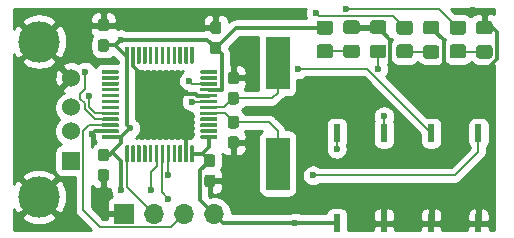
<source format=gtl>
G04 #@! TF.GenerationSoftware,KiCad,Pcbnew,(5.1.10)-1*
G04 #@! TF.CreationDate,2022-05-27T15:53:32+02:00*
G04 #@! TF.ProjectId,USB_RemoteControl_schematic,5553425f-5265-46d6-9f74-65436f6e7472,1*
G04 #@! TF.SameCoordinates,Original*
G04 #@! TF.FileFunction,Copper,L1,Top*
G04 #@! TF.FilePolarity,Positive*
%FSLAX46Y46*%
G04 Gerber Fmt 4.6, Leading zero omitted, Abs format (unit mm)*
G04 Created by KiCad (PCBNEW (5.1.10)-1) date 2022-05-27 15:53:32*
%MOMM*%
%LPD*%
G01*
G04 APERTURE LIST*
G04 #@! TA.AperFunction,ComponentPad*
%ADD10C,3.500000*%
G04 #@! TD*
G04 #@! TA.AperFunction,ComponentPad*
%ADD11C,1.524000*%
G04 #@! TD*
G04 #@! TA.AperFunction,ComponentPad*
%ADD12R,1.524000X1.524000*%
G04 #@! TD*
G04 #@! TA.AperFunction,SMDPad,CuDef*
%ADD13R,2.000000X4.500000*%
G04 #@! TD*
G04 #@! TA.AperFunction,SMDPad,CuDef*
%ADD14R,0.600000X1.500000*%
G04 #@! TD*
G04 #@! TA.AperFunction,ComponentPad*
%ADD15O,1.700000X1.700000*%
G04 #@! TD*
G04 #@! TA.AperFunction,ComponentPad*
%ADD16R,1.700000X1.700000*%
G04 #@! TD*
G04 #@! TA.AperFunction,ViaPad*
%ADD17C,0.600000*%
G04 #@! TD*
G04 #@! TA.AperFunction,Conductor*
%ADD18C,0.300000*%
G04 #@! TD*
G04 #@! TA.AperFunction,Conductor*
%ADD19C,0.150000*%
G04 #@! TD*
G04 #@! TA.AperFunction,Conductor*
%ADD20C,0.254000*%
G04 #@! TD*
G04 #@! TA.AperFunction,Conductor*
%ADD21C,0.152400*%
G04 #@! TD*
G04 APERTURE END LIST*
D10*
X103790000Y-118430000D03*
D11*
X106500000Y-124000000D03*
D12*
X106500000Y-128500000D03*
D10*
X103790000Y-131570000D03*
D11*
X106500000Y-126000000D03*
X106500000Y-121500000D03*
G04 #@! TA.AperFunction,SMDPad,CuDef*
G36*
G01*
X141049999Y-118725000D02*
X141950001Y-118725000D01*
G75*
G02*
X142200000Y-118974999I0J-249999D01*
G01*
X142200000Y-119625001D01*
G75*
G02*
X141950001Y-119875000I-249999J0D01*
G01*
X141049999Y-119875000D01*
G75*
G02*
X140800000Y-119625001I0J249999D01*
G01*
X140800000Y-118974999D01*
G75*
G02*
X141049999Y-118725000I249999J0D01*
G01*
G37*
G04 #@! TD.AperFunction*
G04 #@! TA.AperFunction,SMDPad,CuDef*
G36*
G01*
X141049999Y-116675000D02*
X141950001Y-116675000D01*
G75*
G02*
X142200000Y-116924999I0J-249999D01*
G01*
X142200000Y-117575001D01*
G75*
G02*
X141950001Y-117825000I-249999J0D01*
G01*
X141049999Y-117825000D01*
G75*
G02*
X140800000Y-117575001I0J249999D01*
G01*
X140800000Y-116924999D01*
G75*
G02*
X141049999Y-116675000I249999J0D01*
G01*
G37*
G04 #@! TD.AperFunction*
G04 #@! TA.AperFunction,SMDPad,CuDef*
G36*
G01*
X136549999Y-118725000D02*
X137450001Y-118725000D01*
G75*
G02*
X137700000Y-118974999I0J-249999D01*
G01*
X137700000Y-119625001D01*
G75*
G02*
X137450001Y-119875000I-249999J0D01*
G01*
X136549999Y-119875000D01*
G75*
G02*
X136300000Y-119625001I0J249999D01*
G01*
X136300000Y-118974999D01*
G75*
G02*
X136549999Y-118725000I249999J0D01*
G01*
G37*
G04 #@! TD.AperFunction*
G04 #@! TA.AperFunction,SMDPad,CuDef*
G36*
G01*
X136549999Y-116675000D02*
X137450001Y-116675000D01*
G75*
G02*
X137700000Y-116924999I0J-249999D01*
G01*
X137700000Y-117575001D01*
G75*
G02*
X137450001Y-117825000I-249999J0D01*
G01*
X136549999Y-117825000D01*
G75*
G02*
X136300000Y-117575001I0J249999D01*
G01*
X136300000Y-116924999D01*
G75*
G02*
X136549999Y-116675000I249999J0D01*
G01*
G37*
G04 #@! TD.AperFunction*
G04 #@! TA.AperFunction,SMDPad,CuDef*
G36*
G01*
X129799999Y-118675000D02*
X130700001Y-118675000D01*
G75*
G02*
X130950000Y-118924999I0J-249999D01*
G01*
X130950000Y-119575001D01*
G75*
G02*
X130700001Y-119825000I-249999J0D01*
G01*
X129799999Y-119825000D01*
G75*
G02*
X129550000Y-119575001I0J249999D01*
G01*
X129550000Y-118924999D01*
G75*
G02*
X129799999Y-118675000I249999J0D01*
G01*
G37*
G04 #@! TD.AperFunction*
G04 #@! TA.AperFunction,SMDPad,CuDef*
G36*
G01*
X129799999Y-116625000D02*
X130700001Y-116625000D01*
G75*
G02*
X130950000Y-116874999I0J-249999D01*
G01*
X130950000Y-117525001D01*
G75*
G02*
X130700001Y-117775000I-249999J0D01*
G01*
X129799999Y-117775000D01*
G75*
G02*
X129550000Y-117525001I0J249999D01*
G01*
X129550000Y-116874999D01*
G75*
G02*
X129799999Y-116625000I249999J0D01*
G01*
G37*
G04 #@! TD.AperFunction*
G04 #@! TA.AperFunction,SMDPad,CuDef*
G36*
G01*
X132049999Y-118675000D02*
X132950001Y-118675000D01*
G75*
G02*
X133200000Y-118924999I0J-249999D01*
G01*
X133200000Y-119575001D01*
G75*
G02*
X132950001Y-119825000I-249999J0D01*
G01*
X132049999Y-119825000D01*
G75*
G02*
X131800000Y-119575001I0J249999D01*
G01*
X131800000Y-118924999D01*
G75*
G02*
X132049999Y-118675000I249999J0D01*
G01*
G37*
G04 #@! TD.AperFunction*
G04 #@! TA.AperFunction,SMDPad,CuDef*
G36*
G01*
X132049999Y-116625000D02*
X132950001Y-116625000D01*
G75*
G02*
X133200000Y-116874999I0J-249999D01*
G01*
X133200000Y-117525001D01*
G75*
G02*
X132950001Y-117775000I-249999J0D01*
G01*
X132049999Y-117775000D01*
G75*
G02*
X131800000Y-117525001I0J249999D01*
G01*
X131800000Y-116874999D01*
G75*
G02*
X132049999Y-116625000I249999J0D01*
G01*
G37*
G04 #@! TD.AperFunction*
G04 #@! TA.AperFunction,SMDPad,CuDef*
G36*
G01*
X118987500Y-117787501D02*
X118512500Y-117787501D01*
G75*
G02*
X118275000Y-117550001I0J237500D01*
G01*
X118275000Y-116950001D01*
G75*
G02*
X118512500Y-116712501I237500J0D01*
G01*
X118987500Y-116712501D01*
G75*
G02*
X119225000Y-116950001I0J-237500D01*
G01*
X119225000Y-117550001D01*
G75*
G02*
X118987500Y-117787501I-237500J0D01*
G01*
G37*
G04 #@! TD.AperFunction*
G04 #@! TA.AperFunction,SMDPad,CuDef*
G36*
G01*
X118987500Y-119512501D02*
X118512500Y-119512501D01*
G75*
G02*
X118275000Y-119275001I0J237500D01*
G01*
X118275000Y-118675001D01*
G75*
G02*
X118512500Y-118437501I237500J0D01*
G01*
X118987500Y-118437501D01*
G75*
G02*
X119225000Y-118675001I0J-237500D01*
G01*
X119225000Y-119275001D01*
G75*
G02*
X118987500Y-119512501I-237500J0D01*
G01*
G37*
G04 #@! TD.AperFunction*
G04 #@! TA.AperFunction,SMDPad,CuDef*
G36*
G01*
X109487500Y-117562499D02*
X109012500Y-117562499D01*
G75*
G02*
X108775000Y-117324999I0J237500D01*
G01*
X108775000Y-116724999D01*
G75*
G02*
X109012500Y-116487499I237500J0D01*
G01*
X109487500Y-116487499D01*
G75*
G02*
X109725000Y-116724999I0J-237500D01*
G01*
X109725000Y-117324999D01*
G75*
G02*
X109487500Y-117562499I-237500J0D01*
G01*
G37*
G04 #@! TD.AperFunction*
G04 #@! TA.AperFunction,SMDPad,CuDef*
G36*
G01*
X109487500Y-119287499D02*
X109012500Y-119287499D01*
G75*
G02*
X108775000Y-119049999I0J237500D01*
G01*
X108775000Y-118449999D01*
G75*
G02*
X109012500Y-118212499I237500J0D01*
G01*
X109487500Y-118212499D01*
G75*
G02*
X109725000Y-118449999I0J-237500D01*
G01*
X109725000Y-119049999D01*
G75*
G02*
X109487500Y-119287499I-237500J0D01*
G01*
G37*
G04 #@! TD.AperFunction*
G04 #@! TA.AperFunction,SMDPad,CuDef*
G36*
G01*
X118012500Y-129687501D02*
X118487500Y-129687501D01*
G75*
G02*
X118725000Y-129925001I0J-237500D01*
G01*
X118725000Y-130525001D01*
G75*
G02*
X118487500Y-130762501I-237500J0D01*
G01*
X118012500Y-130762501D01*
G75*
G02*
X117775000Y-130525001I0J237500D01*
G01*
X117775000Y-129925001D01*
G75*
G02*
X118012500Y-129687501I237500J0D01*
G01*
G37*
G04 #@! TD.AperFunction*
G04 #@! TA.AperFunction,SMDPad,CuDef*
G36*
G01*
X118012500Y-127962501D02*
X118487500Y-127962501D01*
G75*
G02*
X118725000Y-128200001I0J-237500D01*
G01*
X118725000Y-128800001D01*
G75*
G02*
X118487500Y-129037501I-237500J0D01*
G01*
X118012500Y-129037501D01*
G75*
G02*
X117775000Y-128800001I0J237500D01*
G01*
X117775000Y-128200001D01*
G75*
G02*
X118012500Y-127962501I237500J0D01*
G01*
G37*
G04 #@! TD.AperFunction*
G04 #@! TA.AperFunction,SMDPad,CuDef*
G36*
G01*
X109012500Y-129212499D02*
X109487500Y-129212499D01*
G75*
G02*
X109725000Y-129449999I0J-237500D01*
G01*
X109725000Y-130049999D01*
G75*
G02*
X109487500Y-130287499I-237500J0D01*
G01*
X109012500Y-130287499D01*
G75*
G02*
X108775000Y-130049999I0J237500D01*
G01*
X108775000Y-129449999D01*
G75*
G02*
X109012500Y-129212499I237500J0D01*
G01*
G37*
G04 #@! TD.AperFunction*
G04 #@! TA.AperFunction,SMDPad,CuDef*
G36*
G01*
X109012500Y-127487499D02*
X109487500Y-127487499D01*
G75*
G02*
X109725000Y-127724999I0J-237500D01*
G01*
X109725000Y-128324999D01*
G75*
G02*
X109487500Y-128562499I-237500J0D01*
G01*
X109012500Y-128562499D01*
G75*
G02*
X108775000Y-128324999I0J237500D01*
G01*
X108775000Y-127724999D01*
G75*
G02*
X109012500Y-127487499I237500J0D01*
G01*
G37*
G04 #@! TD.AperFunction*
D13*
X124000000Y-120250000D03*
X124000000Y-128750000D03*
G04 #@! TA.AperFunction,SMDPad,CuDef*
G36*
G01*
X116900000Y-127250000D02*
X116900000Y-128575000D01*
G75*
G02*
X116825000Y-128650000I-75000J0D01*
G01*
X116675000Y-128650000D01*
G75*
G02*
X116600000Y-128575000I0J75000D01*
G01*
X116600000Y-127250000D01*
G75*
G02*
X116675000Y-127175000I75000J0D01*
G01*
X116825000Y-127175000D01*
G75*
G02*
X116900000Y-127250000I0J-75000D01*
G01*
G37*
G04 #@! TD.AperFunction*
G04 #@! TA.AperFunction,SMDPad,CuDef*
G36*
G01*
X116400000Y-127250000D02*
X116400000Y-128575000D01*
G75*
G02*
X116325000Y-128650000I-75000J0D01*
G01*
X116175000Y-128650000D01*
G75*
G02*
X116100000Y-128575000I0J75000D01*
G01*
X116100000Y-127250000D01*
G75*
G02*
X116175000Y-127175000I75000J0D01*
G01*
X116325000Y-127175000D01*
G75*
G02*
X116400000Y-127250000I0J-75000D01*
G01*
G37*
G04 #@! TD.AperFunction*
G04 #@! TA.AperFunction,SMDPad,CuDef*
G36*
G01*
X115900000Y-127250000D02*
X115900000Y-128575000D01*
G75*
G02*
X115825000Y-128650000I-75000J0D01*
G01*
X115675000Y-128650000D01*
G75*
G02*
X115600000Y-128575000I0J75000D01*
G01*
X115600000Y-127250000D01*
G75*
G02*
X115675000Y-127175000I75000J0D01*
G01*
X115825000Y-127175000D01*
G75*
G02*
X115900000Y-127250000I0J-75000D01*
G01*
G37*
G04 #@! TD.AperFunction*
G04 #@! TA.AperFunction,SMDPad,CuDef*
G36*
G01*
X115400000Y-127250000D02*
X115400000Y-128575000D01*
G75*
G02*
X115325000Y-128650000I-75000J0D01*
G01*
X115175000Y-128650000D01*
G75*
G02*
X115100000Y-128575000I0J75000D01*
G01*
X115100000Y-127250000D01*
G75*
G02*
X115175000Y-127175000I75000J0D01*
G01*
X115325000Y-127175000D01*
G75*
G02*
X115400000Y-127250000I0J-75000D01*
G01*
G37*
G04 #@! TD.AperFunction*
G04 #@! TA.AperFunction,SMDPad,CuDef*
G36*
G01*
X114900000Y-127250000D02*
X114900000Y-128575000D01*
G75*
G02*
X114825000Y-128650000I-75000J0D01*
G01*
X114675000Y-128650000D01*
G75*
G02*
X114600000Y-128575000I0J75000D01*
G01*
X114600000Y-127250000D01*
G75*
G02*
X114675000Y-127175000I75000J0D01*
G01*
X114825000Y-127175000D01*
G75*
G02*
X114900000Y-127250000I0J-75000D01*
G01*
G37*
G04 #@! TD.AperFunction*
G04 #@! TA.AperFunction,SMDPad,CuDef*
G36*
G01*
X114400000Y-127250000D02*
X114400000Y-128575000D01*
G75*
G02*
X114325000Y-128650000I-75000J0D01*
G01*
X114175000Y-128650000D01*
G75*
G02*
X114100000Y-128575000I0J75000D01*
G01*
X114100000Y-127250000D01*
G75*
G02*
X114175000Y-127175000I75000J0D01*
G01*
X114325000Y-127175000D01*
G75*
G02*
X114400000Y-127250000I0J-75000D01*
G01*
G37*
G04 #@! TD.AperFunction*
G04 #@! TA.AperFunction,SMDPad,CuDef*
G36*
G01*
X113900000Y-127250000D02*
X113900000Y-128575000D01*
G75*
G02*
X113825000Y-128650000I-75000J0D01*
G01*
X113675000Y-128650000D01*
G75*
G02*
X113600000Y-128575000I0J75000D01*
G01*
X113600000Y-127250000D01*
G75*
G02*
X113675000Y-127175000I75000J0D01*
G01*
X113825000Y-127175000D01*
G75*
G02*
X113900000Y-127250000I0J-75000D01*
G01*
G37*
G04 #@! TD.AperFunction*
G04 #@! TA.AperFunction,SMDPad,CuDef*
G36*
G01*
X113400000Y-127250000D02*
X113400000Y-128575000D01*
G75*
G02*
X113325000Y-128650000I-75000J0D01*
G01*
X113175000Y-128650000D01*
G75*
G02*
X113100000Y-128575000I0J75000D01*
G01*
X113100000Y-127250000D01*
G75*
G02*
X113175000Y-127175000I75000J0D01*
G01*
X113325000Y-127175000D01*
G75*
G02*
X113400000Y-127250000I0J-75000D01*
G01*
G37*
G04 #@! TD.AperFunction*
G04 #@! TA.AperFunction,SMDPad,CuDef*
G36*
G01*
X112900000Y-127250000D02*
X112900000Y-128575000D01*
G75*
G02*
X112825000Y-128650000I-75000J0D01*
G01*
X112675000Y-128650000D01*
G75*
G02*
X112600000Y-128575000I0J75000D01*
G01*
X112600000Y-127250000D01*
G75*
G02*
X112675000Y-127175000I75000J0D01*
G01*
X112825000Y-127175000D01*
G75*
G02*
X112900000Y-127250000I0J-75000D01*
G01*
G37*
G04 #@! TD.AperFunction*
G04 #@! TA.AperFunction,SMDPad,CuDef*
G36*
G01*
X112400000Y-127250000D02*
X112400000Y-128575000D01*
G75*
G02*
X112325000Y-128650000I-75000J0D01*
G01*
X112175000Y-128650000D01*
G75*
G02*
X112100000Y-128575000I0J75000D01*
G01*
X112100000Y-127250000D01*
G75*
G02*
X112175000Y-127175000I75000J0D01*
G01*
X112325000Y-127175000D01*
G75*
G02*
X112400000Y-127250000I0J-75000D01*
G01*
G37*
G04 #@! TD.AperFunction*
G04 #@! TA.AperFunction,SMDPad,CuDef*
G36*
G01*
X111900000Y-127250000D02*
X111900000Y-128575000D01*
G75*
G02*
X111825000Y-128650000I-75000J0D01*
G01*
X111675000Y-128650000D01*
G75*
G02*
X111600000Y-128575000I0J75000D01*
G01*
X111600000Y-127250000D01*
G75*
G02*
X111675000Y-127175000I75000J0D01*
G01*
X111825000Y-127175000D01*
G75*
G02*
X111900000Y-127250000I0J-75000D01*
G01*
G37*
G04 #@! TD.AperFunction*
G04 #@! TA.AperFunction,SMDPad,CuDef*
G36*
G01*
X111400000Y-127250000D02*
X111400000Y-128575000D01*
G75*
G02*
X111325000Y-128650000I-75000J0D01*
G01*
X111175000Y-128650000D01*
G75*
G02*
X111100000Y-128575000I0J75000D01*
G01*
X111100000Y-127250000D01*
G75*
G02*
X111175000Y-127175000I75000J0D01*
G01*
X111325000Y-127175000D01*
G75*
G02*
X111400000Y-127250000I0J-75000D01*
G01*
G37*
G04 #@! TD.AperFunction*
G04 #@! TA.AperFunction,SMDPad,CuDef*
G36*
G01*
X110575000Y-126425000D02*
X110575000Y-126575000D01*
G75*
G02*
X110500000Y-126650000I-75000J0D01*
G01*
X109175000Y-126650000D01*
G75*
G02*
X109100000Y-126575000I0J75000D01*
G01*
X109100000Y-126425000D01*
G75*
G02*
X109175000Y-126350000I75000J0D01*
G01*
X110500000Y-126350000D01*
G75*
G02*
X110575000Y-126425000I0J-75000D01*
G01*
G37*
G04 #@! TD.AperFunction*
G04 #@! TA.AperFunction,SMDPad,CuDef*
G36*
G01*
X110575000Y-125925000D02*
X110575000Y-126075000D01*
G75*
G02*
X110500000Y-126150000I-75000J0D01*
G01*
X109175000Y-126150000D01*
G75*
G02*
X109100000Y-126075000I0J75000D01*
G01*
X109100000Y-125925000D01*
G75*
G02*
X109175000Y-125850000I75000J0D01*
G01*
X110500000Y-125850000D01*
G75*
G02*
X110575000Y-125925000I0J-75000D01*
G01*
G37*
G04 #@! TD.AperFunction*
G04 #@! TA.AperFunction,SMDPad,CuDef*
G36*
G01*
X110575000Y-125425000D02*
X110575000Y-125575000D01*
G75*
G02*
X110500000Y-125650000I-75000J0D01*
G01*
X109175000Y-125650000D01*
G75*
G02*
X109100000Y-125575000I0J75000D01*
G01*
X109100000Y-125425000D01*
G75*
G02*
X109175000Y-125350000I75000J0D01*
G01*
X110500000Y-125350000D01*
G75*
G02*
X110575000Y-125425000I0J-75000D01*
G01*
G37*
G04 #@! TD.AperFunction*
G04 #@! TA.AperFunction,SMDPad,CuDef*
G36*
G01*
X110575000Y-124925000D02*
X110575000Y-125075000D01*
G75*
G02*
X110500000Y-125150000I-75000J0D01*
G01*
X109175000Y-125150000D01*
G75*
G02*
X109100000Y-125075000I0J75000D01*
G01*
X109100000Y-124925000D01*
G75*
G02*
X109175000Y-124850000I75000J0D01*
G01*
X110500000Y-124850000D01*
G75*
G02*
X110575000Y-124925000I0J-75000D01*
G01*
G37*
G04 #@! TD.AperFunction*
G04 #@! TA.AperFunction,SMDPad,CuDef*
G36*
G01*
X110575000Y-124425000D02*
X110575000Y-124575000D01*
G75*
G02*
X110500000Y-124650000I-75000J0D01*
G01*
X109175000Y-124650000D01*
G75*
G02*
X109100000Y-124575000I0J75000D01*
G01*
X109100000Y-124425000D01*
G75*
G02*
X109175000Y-124350000I75000J0D01*
G01*
X110500000Y-124350000D01*
G75*
G02*
X110575000Y-124425000I0J-75000D01*
G01*
G37*
G04 #@! TD.AperFunction*
G04 #@! TA.AperFunction,SMDPad,CuDef*
G36*
G01*
X110575000Y-123925000D02*
X110575000Y-124075000D01*
G75*
G02*
X110500000Y-124150000I-75000J0D01*
G01*
X109175000Y-124150000D01*
G75*
G02*
X109100000Y-124075000I0J75000D01*
G01*
X109100000Y-123925000D01*
G75*
G02*
X109175000Y-123850000I75000J0D01*
G01*
X110500000Y-123850000D01*
G75*
G02*
X110575000Y-123925000I0J-75000D01*
G01*
G37*
G04 #@! TD.AperFunction*
G04 #@! TA.AperFunction,SMDPad,CuDef*
G36*
G01*
X110575000Y-123425000D02*
X110575000Y-123575000D01*
G75*
G02*
X110500000Y-123650000I-75000J0D01*
G01*
X109175000Y-123650000D01*
G75*
G02*
X109100000Y-123575000I0J75000D01*
G01*
X109100000Y-123425000D01*
G75*
G02*
X109175000Y-123350000I75000J0D01*
G01*
X110500000Y-123350000D01*
G75*
G02*
X110575000Y-123425000I0J-75000D01*
G01*
G37*
G04 #@! TD.AperFunction*
G04 #@! TA.AperFunction,SMDPad,CuDef*
G36*
G01*
X110575000Y-122925000D02*
X110575000Y-123075000D01*
G75*
G02*
X110500000Y-123150000I-75000J0D01*
G01*
X109175000Y-123150000D01*
G75*
G02*
X109100000Y-123075000I0J75000D01*
G01*
X109100000Y-122925000D01*
G75*
G02*
X109175000Y-122850000I75000J0D01*
G01*
X110500000Y-122850000D01*
G75*
G02*
X110575000Y-122925000I0J-75000D01*
G01*
G37*
G04 #@! TD.AperFunction*
G04 #@! TA.AperFunction,SMDPad,CuDef*
G36*
G01*
X110575000Y-122425000D02*
X110575000Y-122575000D01*
G75*
G02*
X110500000Y-122650000I-75000J0D01*
G01*
X109175000Y-122650000D01*
G75*
G02*
X109100000Y-122575000I0J75000D01*
G01*
X109100000Y-122425000D01*
G75*
G02*
X109175000Y-122350000I75000J0D01*
G01*
X110500000Y-122350000D01*
G75*
G02*
X110575000Y-122425000I0J-75000D01*
G01*
G37*
G04 #@! TD.AperFunction*
G04 #@! TA.AperFunction,SMDPad,CuDef*
G36*
G01*
X110575000Y-121925000D02*
X110575000Y-122075000D01*
G75*
G02*
X110500000Y-122150000I-75000J0D01*
G01*
X109175000Y-122150000D01*
G75*
G02*
X109100000Y-122075000I0J75000D01*
G01*
X109100000Y-121925000D01*
G75*
G02*
X109175000Y-121850000I75000J0D01*
G01*
X110500000Y-121850000D01*
G75*
G02*
X110575000Y-121925000I0J-75000D01*
G01*
G37*
G04 #@! TD.AperFunction*
G04 #@! TA.AperFunction,SMDPad,CuDef*
G36*
G01*
X110575000Y-121425000D02*
X110575000Y-121575000D01*
G75*
G02*
X110500000Y-121650000I-75000J0D01*
G01*
X109175000Y-121650000D01*
G75*
G02*
X109100000Y-121575000I0J75000D01*
G01*
X109100000Y-121425000D01*
G75*
G02*
X109175000Y-121350000I75000J0D01*
G01*
X110500000Y-121350000D01*
G75*
G02*
X110575000Y-121425000I0J-75000D01*
G01*
G37*
G04 #@! TD.AperFunction*
G04 #@! TA.AperFunction,SMDPad,CuDef*
G36*
G01*
X110575000Y-120925000D02*
X110575000Y-121075000D01*
G75*
G02*
X110500000Y-121150000I-75000J0D01*
G01*
X109175000Y-121150000D01*
G75*
G02*
X109100000Y-121075000I0J75000D01*
G01*
X109100000Y-120925000D01*
G75*
G02*
X109175000Y-120850000I75000J0D01*
G01*
X110500000Y-120850000D01*
G75*
G02*
X110575000Y-120925000I0J-75000D01*
G01*
G37*
G04 #@! TD.AperFunction*
G04 #@! TA.AperFunction,SMDPad,CuDef*
G36*
G01*
X111400000Y-118925000D02*
X111400000Y-120250000D01*
G75*
G02*
X111325000Y-120325000I-75000J0D01*
G01*
X111175000Y-120325000D01*
G75*
G02*
X111100000Y-120250000I0J75000D01*
G01*
X111100000Y-118925000D01*
G75*
G02*
X111175000Y-118850000I75000J0D01*
G01*
X111325000Y-118850000D01*
G75*
G02*
X111400000Y-118925000I0J-75000D01*
G01*
G37*
G04 #@! TD.AperFunction*
G04 #@! TA.AperFunction,SMDPad,CuDef*
G36*
G01*
X111900000Y-118925000D02*
X111900000Y-120250000D01*
G75*
G02*
X111825000Y-120325000I-75000J0D01*
G01*
X111675000Y-120325000D01*
G75*
G02*
X111600000Y-120250000I0J75000D01*
G01*
X111600000Y-118925000D01*
G75*
G02*
X111675000Y-118850000I75000J0D01*
G01*
X111825000Y-118850000D01*
G75*
G02*
X111900000Y-118925000I0J-75000D01*
G01*
G37*
G04 #@! TD.AperFunction*
G04 #@! TA.AperFunction,SMDPad,CuDef*
G36*
G01*
X112400000Y-118925000D02*
X112400000Y-120250000D01*
G75*
G02*
X112325000Y-120325000I-75000J0D01*
G01*
X112175000Y-120325000D01*
G75*
G02*
X112100000Y-120250000I0J75000D01*
G01*
X112100000Y-118925000D01*
G75*
G02*
X112175000Y-118850000I75000J0D01*
G01*
X112325000Y-118850000D01*
G75*
G02*
X112400000Y-118925000I0J-75000D01*
G01*
G37*
G04 #@! TD.AperFunction*
G04 #@! TA.AperFunction,SMDPad,CuDef*
G36*
G01*
X112900000Y-118925000D02*
X112900000Y-120250000D01*
G75*
G02*
X112825000Y-120325000I-75000J0D01*
G01*
X112675000Y-120325000D01*
G75*
G02*
X112600000Y-120250000I0J75000D01*
G01*
X112600000Y-118925000D01*
G75*
G02*
X112675000Y-118850000I75000J0D01*
G01*
X112825000Y-118850000D01*
G75*
G02*
X112900000Y-118925000I0J-75000D01*
G01*
G37*
G04 #@! TD.AperFunction*
G04 #@! TA.AperFunction,SMDPad,CuDef*
G36*
G01*
X113400000Y-118925000D02*
X113400000Y-120250000D01*
G75*
G02*
X113325000Y-120325000I-75000J0D01*
G01*
X113175000Y-120325000D01*
G75*
G02*
X113100000Y-120250000I0J75000D01*
G01*
X113100000Y-118925000D01*
G75*
G02*
X113175000Y-118850000I75000J0D01*
G01*
X113325000Y-118850000D01*
G75*
G02*
X113400000Y-118925000I0J-75000D01*
G01*
G37*
G04 #@! TD.AperFunction*
G04 #@! TA.AperFunction,SMDPad,CuDef*
G36*
G01*
X113900000Y-118925000D02*
X113900000Y-120250000D01*
G75*
G02*
X113825000Y-120325000I-75000J0D01*
G01*
X113675000Y-120325000D01*
G75*
G02*
X113600000Y-120250000I0J75000D01*
G01*
X113600000Y-118925000D01*
G75*
G02*
X113675000Y-118850000I75000J0D01*
G01*
X113825000Y-118850000D01*
G75*
G02*
X113900000Y-118925000I0J-75000D01*
G01*
G37*
G04 #@! TD.AperFunction*
G04 #@! TA.AperFunction,SMDPad,CuDef*
G36*
G01*
X114400000Y-118925000D02*
X114400000Y-120250000D01*
G75*
G02*
X114325000Y-120325000I-75000J0D01*
G01*
X114175000Y-120325000D01*
G75*
G02*
X114100000Y-120250000I0J75000D01*
G01*
X114100000Y-118925000D01*
G75*
G02*
X114175000Y-118850000I75000J0D01*
G01*
X114325000Y-118850000D01*
G75*
G02*
X114400000Y-118925000I0J-75000D01*
G01*
G37*
G04 #@! TD.AperFunction*
G04 #@! TA.AperFunction,SMDPad,CuDef*
G36*
G01*
X114900000Y-118925000D02*
X114900000Y-120250000D01*
G75*
G02*
X114825000Y-120325000I-75000J0D01*
G01*
X114675000Y-120325000D01*
G75*
G02*
X114600000Y-120250000I0J75000D01*
G01*
X114600000Y-118925000D01*
G75*
G02*
X114675000Y-118850000I75000J0D01*
G01*
X114825000Y-118850000D01*
G75*
G02*
X114900000Y-118925000I0J-75000D01*
G01*
G37*
G04 #@! TD.AperFunction*
G04 #@! TA.AperFunction,SMDPad,CuDef*
G36*
G01*
X115400000Y-118925000D02*
X115400000Y-120250000D01*
G75*
G02*
X115325000Y-120325000I-75000J0D01*
G01*
X115175000Y-120325000D01*
G75*
G02*
X115100000Y-120250000I0J75000D01*
G01*
X115100000Y-118925000D01*
G75*
G02*
X115175000Y-118850000I75000J0D01*
G01*
X115325000Y-118850000D01*
G75*
G02*
X115400000Y-118925000I0J-75000D01*
G01*
G37*
G04 #@! TD.AperFunction*
G04 #@! TA.AperFunction,SMDPad,CuDef*
G36*
G01*
X115900000Y-118925000D02*
X115900000Y-120250000D01*
G75*
G02*
X115825000Y-120325000I-75000J0D01*
G01*
X115675000Y-120325000D01*
G75*
G02*
X115600000Y-120250000I0J75000D01*
G01*
X115600000Y-118925000D01*
G75*
G02*
X115675000Y-118850000I75000J0D01*
G01*
X115825000Y-118850000D01*
G75*
G02*
X115900000Y-118925000I0J-75000D01*
G01*
G37*
G04 #@! TD.AperFunction*
G04 #@! TA.AperFunction,SMDPad,CuDef*
G36*
G01*
X116400000Y-118925000D02*
X116400000Y-120250000D01*
G75*
G02*
X116325000Y-120325000I-75000J0D01*
G01*
X116175000Y-120325000D01*
G75*
G02*
X116100000Y-120250000I0J75000D01*
G01*
X116100000Y-118925000D01*
G75*
G02*
X116175000Y-118850000I75000J0D01*
G01*
X116325000Y-118850000D01*
G75*
G02*
X116400000Y-118925000I0J-75000D01*
G01*
G37*
G04 #@! TD.AperFunction*
G04 #@! TA.AperFunction,SMDPad,CuDef*
G36*
G01*
X116900000Y-118925000D02*
X116900000Y-120250000D01*
G75*
G02*
X116825000Y-120325000I-75000J0D01*
G01*
X116675000Y-120325000D01*
G75*
G02*
X116600000Y-120250000I0J75000D01*
G01*
X116600000Y-118925000D01*
G75*
G02*
X116675000Y-118850000I75000J0D01*
G01*
X116825000Y-118850000D01*
G75*
G02*
X116900000Y-118925000I0J-75000D01*
G01*
G37*
G04 #@! TD.AperFunction*
G04 #@! TA.AperFunction,SMDPad,CuDef*
G36*
G01*
X118900000Y-120925000D02*
X118900000Y-121075000D01*
G75*
G02*
X118825000Y-121150000I-75000J0D01*
G01*
X117500000Y-121150000D01*
G75*
G02*
X117425000Y-121075000I0J75000D01*
G01*
X117425000Y-120925000D01*
G75*
G02*
X117500000Y-120850000I75000J0D01*
G01*
X118825000Y-120850000D01*
G75*
G02*
X118900000Y-120925000I0J-75000D01*
G01*
G37*
G04 #@! TD.AperFunction*
G04 #@! TA.AperFunction,SMDPad,CuDef*
G36*
G01*
X118900000Y-121425000D02*
X118900000Y-121575000D01*
G75*
G02*
X118825000Y-121650000I-75000J0D01*
G01*
X117500000Y-121650000D01*
G75*
G02*
X117425000Y-121575000I0J75000D01*
G01*
X117425000Y-121425000D01*
G75*
G02*
X117500000Y-121350000I75000J0D01*
G01*
X118825000Y-121350000D01*
G75*
G02*
X118900000Y-121425000I0J-75000D01*
G01*
G37*
G04 #@! TD.AperFunction*
G04 #@! TA.AperFunction,SMDPad,CuDef*
G36*
G01*
X118900000Y-121925000D02*
X118900000Y-122075000D01*
G75*
G02*
X118825000Y-122150000I-75000J0D01*
G01*
X117500000Y-122150000D01*
G75*
G02*
X117425000Y-122075000I0J75000D01*
G01*
X117425000Y-121925000D01*
G75*
G02*
X117500000Y-121850000I75000J0D01*
G01*
X118825000Y-121850000D01*
G75*
G02*
X118900000Y-121925000I0J-75000D01*
G01*
G37*
G04 #@! TD.AperFunction*
G04 #@! TA.AperFunction,SMDPad,CuDef*
G36*
G01*
X118900000Y-122425000D02*
X118900000Y-122575000D01*
G75*
G02*
X118825000Y-122650000I-75000J0D01*
G01*
X117500000Y-122650000D01*
G75*
G02*
X117425000Y-122575000I0J75000D01*
G01*
X117425000Y-122425000D01*
G75*
G02*
X117500000Y-122350000I75000J0D01*
G01*
X118825000Y-122350000D01*
G75*
G02*
X118900000Y-122425000I0J-75000D01*
G01*
G37*
G04 #@! TD.AperFunction*
G04 #@! TA.AperFunction,SMDPad,CuDef*
G36*
G01*
X118900000Y-122925000D02*
X118900000Y-123075000D01*
G75*
G02*
X118825000Y-123150000I-75000J0D01*
G01*
X117500000Y-123150000D01*
G75*
G02*
X117425000Y-123075000I0J75000D01*
G01*
X117425000Y-122925000D01*
G75*
G02*
X117500000Y-122850000I75000J0D01*
G01*
X118825000Y-122850000D01*
G75*
G02*
X118900000Y-122925000I0J-75000D01*
G01*
G37*
G04 #@! TD.AperFunction*
G04 #@! TA.AperFunction,SMDPad,CuDef*
G36*
G01*
X118900000Y-123425000D02*
X118900000Y-123575000D01*
G75*
G02*
X118825000Y-123650000I-75000J0D01*
G01*
X117500000Y-123650000D01*
G75*
G02*
X117425000Y-123575000I0J75000D01*
G01*
X117425000Y-123425000D01*
G75*
G02*
X117500000Y-123350000I75000J0D01*
G01*
X118825000Y-123350000D01*
G75*
G02*
X118900000Y-123425000I0J-75000D01*
G01*
G37*
G04 #@! TD.AperFunction*
G04 #@! TA.AperFunction,SMDPad,CuDef*
G36*
G01*
X118900000Y-123925000D02*
X118900000Y-124075000D01*
G75*
G02*
X118825000Y-124150000I-75000J0D01*
G01*
X117500000Y-124150000D01*
G75*
G02*
X117425000Y-124075000I0J75000D01*
G01*
X117425000Y-123925000D01*
G75*
G02*
X117500000Y-123850000I75000J0D01*
G01*
X118825000Y-123850000D01*
G75*
G02*
X118900000Y-123925000I0J-75000D01*
G01*
G37*
G04 #@! TD.AperFunction*
G04 #@! TA.AperFunction,SMDPad,CuDef*
G36*
G01*
X118900000Y-124425000D02*
X118900000Y-124575000D01*
G75*
G02*
X118825000Y-124650000I-75000J0D01*
G01*
X117500000Y-124650000D01*
G75*
G02*
X117425000Y-124575000I0J75000D01*
G01*
X117425000Y-124425000D01*
G75*
G02*
X117500000Y-124350000I75000J0D01*
G01*
X118825000Y-124350000D01*
G75*
G02*
X118900000Y-124425000I0J-75000D01*
G01*
G37*
G04 #@! TD.AperFunction*
G04 #@! TA.AperFunction,SMDPad,CuDef*
G36*
G01*
X118900000Y-124925000D02*
X118900000Y-125075000D01*
G75*
G02*
X118825000Y-125150000I-75000J0D01*
G01*
X117500000Y-125150000D01*
G75*
G02*
X117425000Y-125075000I0J75000D01*
G01*
X117425000Y-124925000D01*
G75*
G02*
X117500000Y-124850000I75000J0D01*
G01*
X118825000Y-124850000D01*
G75*
G02*
X118900000Y-124925000I0J-75000D01*
G01*
G37*
G04 #@! TD.AperFunction*
G04 #@! TA.AperFunction,SMDPad,CuDef*
G36*
G01*
X118900000Y-125425000D02*
X118900000Y-125575000D01*
G75*
G02*
X118825000Y-125650000I-75000J0D01*
G01*
X117500000Y-125650000D01*
G75*
G02*
X117425000Y-125575000I0J75000D01*
G01*
X117425000Y-125425000D01*
G75*
G02*
X117500000Y-125350000I75000J0D01*
G01*
X118825000Y-125350000D01*
G75*
G02*
X118900000Y-125425000I0J-75000D01*
G01*
G37*
G04 #@! TD.AperFunction*
G04 #@! TA.AperFunction,SMDPad,CuDef*
G36*
G01*
X118900000Y-125925000D02*
X118900000Y-126075000D01*
G75*
G02*
X118825000Y-126150000I-75000J0D01*
G01*
X117500000Y-126150000D01*
G75*
G02*
X117425000Y-126075000I0J75000D01*
G01*
X117425000Y-125925000D01*
G75*
G02*
X117500000Y-125850000I75000J0D01*
G01*
X118825000Y-125850000D01*
G75*
G02*
X118900000Y-125925000I0J-75000D01*
G01*
G37*
G04 #@! TD.AperFunction*
G04 #@! TA.AperFunction,SMDPad,CuDef*
G36*
G01*
X118900000Y-126425000D02*
X118900000Y-126575000D01*
G75*
G02*
X118825000Y-126650000I-75000J0D01*
G01*
X117500000Y-126650000D01*
G75*
G02*
X117425000Y-126575000I0J75000D01*
G01*
X117425000Y-126425000D01*
G75*
G02*
X117500000Y-126350000I75000J0D01*
G01*
X118825000Y-126350000D01*
G75*
G02*
X118900000Y-126425000I0J-75000D01*
G01*
G37*
G04 #@! TD.AperFunction*
D14*
X141000000Y-133825000D03*
X141000000Y-126175000D03*
X137000000Y-133825000D03*
X137000000Y-126175000D03*
X129000000Y-126175000D03*
X129000000Y-133825000D03*
X133000000Y-133825000D03*
X133000000Y-126175000D03*
G04 #@! TA.AperFunction,SMDPad,CuDef*
G36*
G01*
X138799999Y-118650000D02*
X139700001Y-118650000D01*
G75*
G02*
X139950000Y-118899999I0J-249999D01*
G01*
X139950000Y-119600001D01*
G75*
G02*
X139700001Y-119850000I-249999J0D01*
G01*
X138799999Y-119850000D01*
G75*
G02*
X138550000Y-119600001I0J249999D01*
G01*
X138550000Y-118899999D01*
G75*
G02*
X138799999Y-118650000I249999J0D01*
G01*
G37*
G04 #@! TD.AperFunction*
G04 #@! TA.AperFunction,SMDPad,CuDef*
G36*
G01*
X138799999Y-116650000D02*
X139700001Y-116650000D01*
G75*
G02*
X139950000Y-116899999I0J-249999D01*
G01*
X139950000Y-117600001D01*
G75*
G02*
X139700001Y-117850000I-249999J0D01*
G01*
X138799999Y-117850000D01*
G75*
G02*
X138550000Y-117600001I0J249999D01*
G01*
X138550000Y-116899999D01*
G75*
G02*
X138799999Y-116650000I249999J0D01*
G01*
G37*
G04 #@! TD.AperFunction*
G04 #@! TA.AperFunction,SMDPad,CuDef*
G36*
G01*
X134299999Y-118650000D02*
X135200001Y-118650000D01*
G75*
G02*
X135450000Y-118899999I0J-249999D01*
G01*
X135450000Y-119600001D01*
G75*
G02*
X135200001Y-119850000I-249999J0D01*
G01*
X134299999Y-119850000D01*
G75*
G02*
X134050000Y-119600001I0J249999D01*
G01*
X134050000Y-118899999D01*
G75*
G02*
X134299999Y-118650000I249999J0D01*
G01*
G37*
G04 #@! TD.AperFunction*
G04 #@! TA.AperFunction,SMDPad,CuDef*
G36*
G01*
X134299999Y-116650000D02*
X135200001Y-116650000D01*
G75*
G02*
X135450000Y-116899999I0J-249999D01*
G01*
X135450000Y-117600001D01*
G75*
G02*
X135200001Y-117850000I-249999J0D01*
G01*
X134299999Y-117850000D01*
G75*
G02*
X134050000Y-117600001I0J249999D01*
G01*
X134050000Y-116899999D01*
G75*
G02*
X134299999Y-116650000I249999J0D01*
G01*
G37*
G04 #@! TD.AperFunction*
G04 #@! TA.AperFunction,SMDPad,CuDef*
G36*
G01*
X127549999Y-118650000D02*
X128450001Y-118650000D01*
G75*
G02*
X128700000Y-118899999I0J-249999D01*
G01*
X128700000Y-119600001D01*
G75*
G02*
X128450001Y-119850000I-249999J0D01*
G01*
X127549999Y-119850000D01*
G75*
G02*
X127300000Y-119600001I0J249999D01*
G01*
X127300000Y-118899999D01*
G75*
G02*
X127549999Y-118650000I249999J0D01*
G01*
G37*
G04 #@! TD.AperFunction*
G04 #@! TA.AperFunction,SMDPad,CuDef*
G36*
G01*
X127549999Y-116650000D02*
X128450001Y-116650000D01*
G75*
G02*
X128700000Y-116899999I0J-249999D01*
G01*
X128700000Y-117600001D01*
G75*
G02*
X128450001Y-117850000I-249999J0D01*
G01*
X127549999Y-117850000D01*
G75*
G02*
X127300000Y-117600001I0J249999D01*
G01*
X127300000Y-116899999D01*
G75*
G02*
X127549999Y-116650000I249999J0D01*
G01*
G37*
G04 #@! TD.AperFunction*
D15*
X118620000Y-133000000D03*
X116080000Y-133000000D03*
X113540000Y-133000000D03*
D16*
X111000000Y-133000000D03*
G04 #@! TA.AperFunction,SMDPad,CuDef*
G36*
G01*
X120487500Y-122037501D02*
X120012500Y-122037501D01*
G75*
G02*
X119775000Y-121800001I0J237500D01*
G01*
X119775000Y-121200001D01*
G75*
G02*
X120012500Y-120962501I237500J0D01*
G01*
X120487500Y-120962501D01*
G75*
G02*
X120725000Y-121200001I0J-237500D01*
G01*
X120725000Y-121800001D01*
G75*
G02*
X120487500Y-122037501I-237500J0D01*
G01*
G37*
G04 #@! TD.AperFunction*
G04 #@! TA.AperFunction,SMDPad,CuDef*
G36*
G01*
X120487500Y-123762501D02*
X120012500Y-123762501D01*
G75*
G02*
X119775000Y-123525001I0J237500D01*
G01*
X119775000Y-122925001D01*
G75*
G02*
X120012500Y-122687501I237500J0D01*
G01*
X120487500Y-122687501D01*
G75*
G02*
X120725000Y-122925001I0J-237500D01*
G01*
X120725000Y-123525001D01*
G75*
G02*
X120487500Y-123762501I-237500J0D01*
G01*
G37*
G04 #@! TD.AperFunction*
G04 #@! TA.AperFunction,SMDPad,CuDef*
G36*
G01*
X120012500Y-126437500D02*
X120487500Y-126437500D01*
G75*
G02*
X120725000Y-126675000I0J-237500D01*
G01*
X120725000Y-127275000D01*
G75*
G02*
X120487500Y-127512500I-237500J0D01*
G01*
X120012500Y-127512500D01*
G75*
G02*
X119775000Y-127275000I0J237500D01*
G01*
X119775000Y-126675000D01*
G75*
G02*
X120012500Y-126437500I237500J0D01*
G01*
G37*
G04 #@! TD.AperFunction*
G04 #@! TA.AperFunction,SMDPad,CuDef*
G36*
G01*
X120012500Y-124712500D02*
X120487500Y-124712500D01*
G75*
G02*
X120725000Y-124950000I0J-237500D01*
G01*
X120725000Y-125550000D01*
G75*
G02*
X120487500Y-125787500I-237500J0D01*
G01*
X120012500Y-125787500D01*
G75*
G02*
X119775000Y-125550000I0J237500D01*
G01*
X119775000Y-124950000D01*
G75*
G02*
X120012500Y-124712500I237500J0D01*
G01*
G37*
G04 #@! TD.AperFunction*
D17*
X113750000Y-126000000D03*
X140500000Y-115750000D03*
X120750000Y-119500000D03*
X113750000Y-123750000D03*
X105000000Y-127000000D03*
X120750000Y-116250000D03*
X116750000Y-117000000D03*
X121750000Y-122250000D03*
X102750000Y-123000000D03*
X107250000Y-133750000D03*
X121500000Y-132250000D03*
X121250000Y-128500000D03*
X140500000Y-121500000D03*
X138750000Y-125750000D03*
X116000000Y-126250000D03*
X108250000Y-126250000D03*
X138000000Y-121000000D03*
X134000000Y-121000000D03*
X110750000Y-118250000D03*
X111500000Y-125750000D03*
X125500000Y-133750000D03*
X110750000Y-131000000D03*
X116500000Y-121750000D03*
X107718413Y-120968413D03*
X108000000Y-123000000D03*
X114750000Y-129750000D03*
X129000000Y-127500000D03*
X116750000Y-123500000D03*
X133000000Y-124750000D03*
X127250000Y-116000000D03*
X129750000Y-115675000D03*
X125750000Y-120750000D03*
X127000000Y-129750000D03*
X114750000Y-131750000D03*
X113250000Y-131000000D03*
X132500000Y-120750000D03*
D18*
X114650001Y-122849999D02*
X113750000Y-123750000D01*
X117062001Y-122849999D02*
X114650001Y-122849999D01*
X117212002Y-123000000D02*
X117062001Y-122849999D01*
X118162500Y-123000000D02*
X117212002Y-123000000D01*
X116250000Y-126500000D02*
X116000000Y-126250000D01*
X116250000Y-127912500D02*
X116250000Y-126500000D01*
X108500000Y-126000000D02*
X108250000Y-126250000D01*
X109837500Y-126000000D02*
X108500000Y-126000000D01*
X111750000Y-119587500D02*
X111750000Y-120500000D01*
X113750000Y-122500000D02*
X113750000Y-123750000D01*
X111750000Y-120500000D02*
X113750000Y-122500000D01*
X138050010Y-120949990D02*
X138000000Y-121000000D01*
X138050010Y-118300010D02*
X138050010Y-120949990D01*
X137000000Y-117250000D02*
X138050010Y-118300010D01*
X133550010Y-120550010D02*
X134000000Y-121000000D01*
X133550010Y-118250010D02*
X133550010Y-120550010D01*
X132500000Y-117200000D02*
X133550010Y-118250010D01*
X140924264Y-121500000D02*
X140500000Y-121500000D01*
X142550010Y-119874254D02*
X140924264Y-121500000D01*
X142550010Y-117600010D02*
X142550010Y-119874254D01*
X142200000Y-117250000D02*
X142550010Y-117600010D01*
X141500000Y-117250000D02*
X142200000Y-117250000D01*
X110250001Y-118749999D02*
X110750000Y-118250000D01*
X109250000Y-118749999D02*
X110250001Y-118749999D01*
X111087502Y-119587500D02*
X110250001Y-118749999D01*
X111250000Y-119587500D02*
X111087502Y-119587500D01*
X110750000Y-126500000D02*
X111500000Y-125750000D01*
X109837500Y-126500000D02*
X110750000Y-126500000D01*
X109250000Y-128024999D02*
X109725001Y-128024999D01*
X110750000Y-127000000D02*
X110750000Y-126500000D01*
X116750000Y-127912500D02*
X117587500Y-127912500D01*
X118162500Y-127337500D02*
X118162500Y-126500000D01*
X117587500Y-127912500D02*
X118162500Y-127337500D01*
X117662499Y-127912500D02*
X118250000Y-128500001D01*
X117587500Y-127912500D02*
X117662499Y-127912500D01*
X117424990Y-131804990D02*
X118620000Y-133000000D01*
X117424990Y-129325011D02*
X117424990Y-131804990D01*
X118250000Y-128500001D02*
X117424990Y-129325011D01*
X128925000Y-133750000D02*
X129000000Y-133825000D01*
X125500000Y-133750000D02*
X128925000Y-133750000D01*
X119370000Y-133750000D02*
X118620000Y-133000000D01*
X125500000Y-133750000D02*
X119370000Y-133750000D01*
X111249990Y-125499990D02*
X111249990Y-119587500D01*
X111500000Y-125750000D02*
X111249990Y-125499990D01*
X120475001Y-117250000D02*
X118750000Y-118975001D01*
X128000000Y-117250000D02*
X120475001Y-117250000D01*
X118162500Y-122500000D02*
X119250000Y-122500000D01*
X119250000Y-119475001D02*
X118750000Y-118975001D01*
X119250000Y-122500000D02*
X119250000Y-119475001D01*
X118024999Y-118250000D02*
X118750000Y-118975001D01*
X110750000Y-118250000D02*
X118024999Y-118250000D01*
X109250000Y-128024999D02*
X109774999Y-128024999D01*
X110750000Y-128500000D02*
X110000000Y-127750000D01*
X110750000Y-131000000D02*
X110750000Y-128500000D01*
X110000000Y-127750000D02*
X110750000Y-127000000D01*
X109725001Y-128024999D02*
X110000000Y-127750000D01*
D19*
X119500000Y-124500000D02*
X120250000Y-125250000D01*
X118162500Y-124500000D02*
X119500000Y-124500000D01*
X120250000Y-125250000D02*
X123250000Y-125250000D01*
X124000000Y-126000000D02*
X124000000Y-128750000D01*
X123250000Y-125250000D02*
X124000000Y-126000000D01*
X119475001Y-124000000D02*
X118162500Y-124000000D01*
X120250000Y-123225001D02*
X119475001Y-124000000D01*
X120250000Y-123225001D02*
X120250000Y-123000000D01*
X120250000Y-123225001D02*
X123524999Y-123225001D01*
X124000000Y-122750000D02*
X124000000Y-120250000D01*
X123524999Y-123225001D02*
X124000000Y-122750000D01*
X116750000Y-122000000D02*
X118162500Y-122000000D01*
X116500000Y-121750000D02*
X116750000Y-122000000D01*
X108505012Y-125000000D02*
X109837500Y-125000000D01*
X107649990Y-124144978D02*
X108505012Y-125000000D01*
X107649990Y-123649990D02*
X107649990Y-124144978D01*
X107250000Y-123250000D02*
X107649990Y-123649990D01*
X107250000Y-122898998D02*
X107250000Y-123250000D01*
X107718413Y-122430585D02*
X107250000Y-122898998D01*
X107718413Y-120968413D02*
X107718413Y-122430585D01*
X108000000Y-124000000D02*
X108000000Y-123000000D01*
X108500000Y-124500000D02*
X108000000Y-124000000D01*
X109837500Y-124500000D02*
X108500000Y-124500000D01*
X114750000Y-127912500D02*
X114750000Y-129750000D01*
X129000000Y-127500000D02*
X129000000Y-126175000D01*
X116750000Y-123500000D02*
X118162500Y-123500000D01*
X133000000Y-124750000D02*
X133000000Y-126175000D01*
X114954999Y-134125001D02*
X116080000Y-133000000D01*
X108949003Y-134125001D02*
X114954999Y-134125001D01*
X107537001Y-132712999D02*
X108949003Y-134125001D01*
X107537001Y-125962999D02*
X107537001Y-132712999D01*
X108000000Y-125500000D02*
X107537001Y-125962999D01*
X109837500Y-125500000D02*
X108000000Y-125500000D01*
X111250000Y-130710000D02*
X113540000Y-133000000D01*
X111250000Y-127912500D02*
X111250000Y-130710000D01*
X134800000Y-119300000D02*
X134750000Y-119250000D01*
X137000000Y-119300000D02*
X134800000Y-119300000D01*
X139300000Y-119300000D02*
X139250000Y-119250000D01*
X141500000Y-119300000D02*
X139300000Y-119300000D01*
X134750000Y-117250000D02*
X133750000Y-116250000D01*
X133750000Y-116250000D02*
X129000000Y-116250000D01*
X127500000Y-116250000D02*
X127250000Y-116000000D01*
X129000000Y-116250000D02*
X127500000Y-116250000D01*
X137675000Y-115675000D02*
X129750000Y-115675000D01*
X139250000Y-117250000D02*
X137675000Y-115675000D01*
X131575000Y-120750000D02*
X125750000Y-120750000D01*
X137000000Y-126175000D02*
X131575000Y-120750000D01*
X127000000Y-129750000D02*
X139000000Y-129750000D01*
X141000000Y-127750000D02*
X141000000Y-126175000D01*
X139000000Y-129750000D02*
X141000000Y-127750000D01*
X114250000Y-128650000D02*
X114250000Y-127912500D01*
X114174999Y-128725001D02*
X114250000Y-128650000D01*
X114174999Y-131174999D02*
X114174999Y-128725001D01*
X114750000Y-131750000D02*
X114174999Y-131174999D01*
X113750000Y-127912500D02*
X113750000Y-129000000D01*
X113250000Y-129500000D02*
X113250000Y-131000000D01*
X113750000Y-129000000D02*
X113250000Y-129500000D01*
X132500000Y-120750000D02*
X132500000Y-119250000D01*
X130250000Y-119250000D02*
X128000000Y-119250000D01*
D20*
X133672038Y-120227962D02*
X133806613Y-120338405D01*
X133960149Y-120420472D01*
X134126745Y-120471008D01*
X134299999Y-120488072D01*
X135200001Y-120488072D01*
X135373255Y-120471008D01*
X135539851Y-120420472D01*
X135693387Y-120338405D01*
X135827962Y-120227962D01*
X135864742Y-120183146D01*
X135922038Y-120252962D01*
X136056613Y-120363405D01*
X136210149Y-120445472D01*
X136376745Y-120496008D01*
X136549999Y-120513072D01*
X137450001Y-120513072D01*
X137623255Y-120496008D01*
X137789851Y-120445472D01*
X137943387Y-120363405D01*
X138077962Y-120252962D01*
X138135258Y-120183146D01*
X138172038Y-120227962D01*
X138306613Y-120338405D01*
X138460149Y-120420472D01*
X138626745Y-120471008D01*
X138799999Y-120488072D01*
X139700001Y-120488072D01*
X139873255Y-120471008D01*
X140039851Y-120420472D01*
X140193387Y-120338405D01*
X140327962Y-120227962D01*
X140364742Y-120183146D01*
X140422038Y-120252962D01*
X140556613Y-120363405D01*
X140710149Y-120445472D01*
X140876745Y-120496008D01*
X141049999Y-120513072D01*
X141950001Y-120513072D01*
X142123255Y-120496008D01*
X142289851Y-120445472D01*
X142345951Y-120415486D01*
X142345950Y-134345950D01*
X141936556Y-134345950D01*
X141935000Y-134110750D01*
X141776250Y-133952000D01*
X141127000Y-133952000D01*
X141127000Y-133972000D01*
X140873000Y-133972000D01*
X140873000Y-133952000D01*
X140223750Y-133952000D01*
X140065000Y-134110750D01*
X140063444Y-134345950D01*
X137936556Y-134345950D01*
X137935000Y-134110750D01*
X137776250Y-133952000D01*
X137127000Y-133952000D01*
X137127000Y-133972000D01*
X136873000Y-133972000D01*
X136873000Y-133952000D01*
X136223750Y-133952000D01*
X136065000Y-134110750D01*
X136063444Y-134345950D01*
X133936556Y-134345950D01*
X133935000Y-134110750D01*
X133776250Y-133952000D01*
X133127000Y-133952000D01*
X133127000Y-133972000D01*
X132873000Y-133972000D01*
X132873000Y-133952000D01*
X132223750Y-133952000D01*
X132065000Y-134110750D01*
X132063444Y-134345950D01*
X129938072Y-134345950D01*
X129938072Y-133075000D01*
X132061928Y-133075000D01*
X132065000Y-133539250D01*
X132223750Y-133698000D01*
X132873000Y-133698000D01*
X132873000Y-132598750D01*
X133127000Y-132598750D01*
X133127000Y-133698000D01*
X133776250Y-133698000D01*
X133935000Y-133539250D01*
X133938072Y-133075000D01*
X136061928Y-133075000D01*
X136065000Y-133539250D01*
X136223750Y-133698000D01*
X136873000Y-133698000D01*
X136873000Y-132598750D01*
X137127000Y-132598750D01*
X137127000Y-133698000D01*
X137776250Y-133698000D01*
X137935000Y-133539250D01*
X137938072Y-133075000D01*
X140061928Y-133075000D01*
X140065000Y-133539250D01*
X140223750Y-133698000D01*
X140873000Y-133698000D01*
X140873000Y-132598750D01*
X141127000Y-132598750D01*
X141127000Y-133698000D01*
X141776250Y-133698000D01*
X141935000Y-133539250D01*
X141938072Y-133075000D01*
X141925812Y-132950518D01*
X141889502Y-132830820D01*
X141830537Y-132720506D01*
X141751185Y-132623815D01*
X141654494Y-132544463D01*
X141544180Y-132485498D01*
X141424482Y-132449188D01*
X141300000Y-132436928D01*
X141285750Y-132440000D01*
X141127000Y-132598750D01*
X140873000Y-132598750D01*
X140714250Y-132440000D01*
X140700000Y-132436928D01*
X140575518Y-132449188D01*
X140455820Y-132485498D01*
X140345506Y-132544463D01*
X140248815Y-132623815D01*
X140169463Y-132720506D01*
X140110498Y-132830820D01*
X140074188Y-132950518D01*
X140061928Y-133075000D01*
X137938072Y-133075000D01*
X137925812Y-132950518D01*
X137889502Y-132830820D01*
X137830537Y-132720506D01*
X137751185Y-132623815D01*
X137654494Y-132544463D01*
X137544180Y-132485498D01*
X137424482Y-132449188D01*
X137300000Y-132436928D01*
X137285750Y-132440000D01*
X137127000Y-132598750D01*
X136873000Y-132598750D01*
X136714250Y-132440000D01*
X136700000Y-132436928D01*
X136575518Y-132449188D01*
X136455820Y-132485498D01*
X136345506Y-132544463D01*
X136248815Y-132623815D01*
X136169463Y-132720506D01*
X136110498Y-132830820D01*
X136074188Y-132950518D01*
X136061928Y-133075000D01*
X133938072Y-133075000D01*
X133925812Y-132950518D01*
X133889502Y-132830820D01*
X133830537Y-132720506D01*
X133751185Y-132623815D01*
X133654494Y-132544463D01*
X133544180Y-132485498D01*
X133424482Y-132449188D01*
X133300000Y-132436928D01*
X133285750Y-132440000D01*
X133127000Y-132598750D01*
X132873000Y-132598750D01*
X132714250Y-132440000D01*
X132700000Y-132436928D01*
X132575518Y-132449188D01*
X132455820Y-132485498D01*
X132345506Y-132544463D01*
X132248815Y-132623815D01*
X132169463Y-132720506D01*
X132110498Y-132830820D01*
X132074188Y-132950518D01*
X132061928Y-133075000D01*
X129938072Y-133075000D01*
X129925812Y-132950518D01*
X129889502Y-132830820D01*
X129830537Y-132720506D01*
X129751185Y-132623815D01*
X129654494Y-132544463D01*
X129544180Y-132485498D01*
X129424482Y-132449188D01*
X129300000Y-132436928D01*
X128700000Y-132436928D01*
X128575518Y-132449188D01*
X128455820Y-132485498D01*
X128345506Y-132544463D01*
X128248815Y-132623815D01*
X128169463Y-132720506D01*
X128110498Y-132830820D01*
X128074188Y-132950518D01*
X128072762Y-132965000D01*
X126008120Y-132965000D01*
X125942889Y-132921414D01*
X125772729Y-132850932D01*
X125592089Y-132815000D01*
X125407911Y-132815000D01*
X125227271Y-132850932D01*
X125057111Y-132921414D01*
X124991880Y-132965000D01*
X120105000Y-132965000D01*
X120105000Y-132853740D01*
X120047932Y-132566842D01*
X119935990Y-132296589D01*
X119773475Y-132053368D01*
X119566632Y-131846525D01*
X119323411Y-131684010D01*
X119053158Y-131572068D01*
X118766260Y-131515000D01*
X118473740Y-131515000D01*
X118283082Y-131552925D01*
X118209990Y-131479833D01*
X118209990Y-130352001D01*
X118377000Y-130352001D01*
X118377000Y-131238751D01*
X118535750Y-131397501D01*
X118725000Y-131400573D01*
X118849482Y-131388313D01*
X118969180Y-131352003D01*
X119079494Y-131293038D01*
X119176185Y-131213686D01*
X119255537Y-131116995D01*
X119314502Y-131006681D01*
X119350812Y-130886983D01*
X119363072Y-130762501D01*
X119360000Y-130510751D01*
X119201250Y-130352001D01*
X118377000Y-130352001D01*
X118209990Y-130352001D01*
X118209990Y-130078001D01*
X118377000Y-130078001D01*
X118377000Y-130098001D01*
X119201250Y-130098001D01*
X119360000Y-129939251D01*
X119363072Y-129687501D01*
X119350812Y-129563019D01*
X119314502Y-129443321D01*
X119255537Y-129333007D01*
X119216226Y-129285107D01*
X119296423Y-129135068D01*
X119346248Y-128970817D01*
X119363072Y-128800001D01*
X119363072Y-128200001D01*
X119346248Y-128029185D01*
X119327229Y-127966486D01*
X119420506Y-128043037D01*
X119530820Y-128102002D01*
X119650518Y-128138312D01*
X119775000Y-128150572D01*
X119964250Y-128147500D01*
X120123000Y-127988750D01*
X120123000Y-127102000D01*
X120377000Y-127102000D01*
X120377000Y-127988750D01*
X120535750Y-128147500D01*
X120725000Y-128150572D01*
X120849482Y-128138312D01*
X120969180Y-128102002D01*
X121079494Y-128043037D01*
X121176185Y-127963685D01*
X121255537Y-127866994D01*
X121314502Y-127756680D01*
X121350812Y-127636982D01*
X121363072Y-127512500D01*
X121360000Y-127260750D01*
X121201250Y-127102000D01*
X120377000Y-127102000D01*
X120123000Y-127102000D01*
X120103000Y-127102000D01*
X120103000Y-126848000D01*
X120123000Y-126848000D01*
X120123000Y-126828000D01*
X120377000Y-126828000D01*
X120377000Y-126848000D01*
X121201250Y-126848000D01*
X121360000Y-126689250D01*
X121363072Y-126437500D01*
X121350812Y-126313018D01*
X121314502Y-126193320D01*
X121255537Y-126083006D01*
X121216226Y-126035106D01*
X121256371Y-125960000D01*
X122663210Y-125960000D01*
X122645506Y-125969463D01*
X122548815Y-126048815D01*
X122469463Y-126145506D01*
X122410498Y-126255820D01*
X122374188Y-126375518D01*
X122361928Y-126500000D01*
X122361928Y-131000000D01*
X122374188Y-131124482D01*
X122410498Y-131244180D01*
X122469463Y-131354494D01*
X122548815Y-131451185D01*
X122645506Y-131530537D01*
X122755820Y-131589502D01*
X122875518Y-131625812D01*
X123000000Y-131638072D01*
X125000000Y-131638072D01*
X125124482Y-131625812D01*
X125244180Y-131589502D01*
X125354494Y-131530537D01*
X125451185Y-131451185D01*
X125530537Y-131354494D01*
X125589502Y-131244180D01*
X125625812Y-131124482D01*
X125638072Y-131000000D01*
X125638072Y-129657911D01*
X126065000Y-129657911D01*
X126065000Y-129842089D01*
X126100932Y-130022729D01*
X126171414Y-130192889D01*
X126273738Y-130346028D01*
X126403972Y-130476262D01*
X126557111Y-130578586D01*
X126727271Y-130649068D01*
X126907911Y-130685000D01*
X127092089Y-130685000D01*
X127272729Y-130649068D01*
X127442889Y-130578586D01*
X127596028Y-130476262D01*
X127612290Y-130460000D01*
X138965125Y-130460000D01*
X139000000Y-130463435D01*
X139034875Y-130460000D01*
X139034877Y-130460000D01*
X139139184Y-130449727D01*
X139273020Y-130409128D01*
X139396363Y-130343200D01*
X139504475Y-130254475D01*
X139526712Y-130227379D01*
X141477389Y-128276703D01*
X141504474Y-128254475D01*
X141526704Y-128227388D01*
X141526707Y-128227385D01*
X141593199Y-128146364D01*
X141593201Y-128146362D01*
X141659128Y-128023020D01*
X141699727Y-127889184D01*
X141710000Y-127784877D01*
X141710000Y-127784876D01*
X141713435Y-127750001D01*
X141710000Y-127715126D01*
X141710000Y-127409985D01*
X141751185Y-127376185D01*
X141830537Y-127279494D01*
X141889502Y-127169180D01*
X141925812Y-127049482D01*
X141938072Y-126925000D01*
X141938072Y-125425000D01*
X141925812Y-125300518D01*
X141889502Y-125180820D01*
X141830537Y-125070506D01*
X141751185Y-124973815D01*
X141654494Y-124894463D01*
X141544180Y-124835498D01*
X141424482Y-124799188D01*
X141300000Y-124786928D01*
X140700000Y-124786928D01*
X140575518Y-124799188D01*
X140455820Y-124835498D01*
X140345506Y-124894463D01*
X140248815Y-124973815D01*
X140169463Y-125070506D01*
X140110498Y-125180820D01*
X140074188Y-125300518D01*
X140061928Y-125425000D01*
X140061928Y-126925000D01*
X140074188Y-127049482D01*
X140110498Y-127169180D01*
X140169463Y-127279494D01*
X140248815Y-127376185D01*
X140290000Y-127409985D01*
X140290000Y-127455908D01*
X138705909Y-129040000D01*
X127612290Y-129040000D01*
X127596028Y-129023738D01*
X127442889Y-128921414D01*
X127272729Y-128850932D01*
X127092089Y-128815000D01*
X126907911Y-128815000D01*
X126727271Y-128850932D01*
X126557111Y-128921414D01*
X126403972Y-129023738D01*
X126273738Y-129153972D01*
X126171414Y-129307111D01*
X126100932Y-129477271D01*
X126065000Y-129657911D01*
X125638072Y-129657911D01*
X125638072Y-126500000D01*
X125625812Y-126375518D01*
X125589502Y-126255820D01*
X125530537Y-126145506D01*
X125451185Y-126048815D01*
X125354494Y-125969463D01*
X125244180Y-125910498D01*
X125124482Y-125874188D01*
X125000000Y-125861928D01*
X124699837Y-125861928D01*
X124699727Y-125860816D01*
X124659128Y-125726980D01*
X124593200Y-125603637D01*
X124527039Y-125523020D01*
X124526707Y-125522615D01*
X124526704Y-125522612D01*
X124504474Y-125495525D01*
X124477388Y-125473297D01*
X124429091Y-125425000D01*
X128061928Y-125425000D01*
X128061928Y-126925000D01*
X128074188Y-127049482D01*
X128110498Y-127169180D01*
X128118665Y-127184459D01*
X128100932Y-127227271D01*
X128065000Y-127407911D01*
X128065000Y-127592089D01*
X128100932Y-127772729D01*
X128171414Y-127942889D01*
X128273738Y-128096028D01*
X128403972Y-128226262D01*
X128557111Y-128328586D01*
X128727271Y-128399068D01*
X128907911Y-128435000D01*
X129092089Y-128435000D01*
X129272729Y-128399068D01*
X129442889Y-128328586D01*
X129596028Y-128226262D01*
X129726262Y-128096028D01*
X129828586Y-127942889D01*
X129899068Y-127772729D01*
X129935000Y-127592089D01*
X129935000Y-127407911D01*
X129899068Y-127227271D01*
X129881335Y-127184459D01*
X129889502Y-127169180D01*
X129925812Y-127049482D01*
X129938072Y-126925000D01*
X129938072Y-125425000D01*
X132061928Y-125425000D01*
X132061928Y-126925000D01*
X132074188Y-127049482D01*
X132110498Y-127169180D01*
X132169463Y-127279494D01*
X132248815Y-127376185D01*
X132345506Y-127455537D01*
X132455820Y-127514502D01*
X132575518Y-127550812D01*
X132700000Y-127563072D01*
X133300000Y-127563072D01*
X133424482Y-127550812D01*
X133544180Y-127514502D01*
X133654494Y-127455537D01*
X133751185Y-127376185D01*
X133830537Y-127279494D01*
X133889502Y-127169180D01*
X133925812Y-127049482D01*
X133938072Y-126925000D01*
X133938072Y-125425000D01*
X133925812Y-125300518D01*
X133889502Y-125180820D01*
X133857998Y-125121881D01*
X133899068Y-125022729D01*
X133935000Y-124842089D01*
X133935000Y-124657911D01*
X133899068Y-124477271D01*
X133828586Y-124307111D01*
X133726262Y-124153972D01*
X133596028Y-124023738D01*
X133442889Y-123921414D01*
X133272729Y-123850932D01*
X133092089Y-123815000D01*
X132907911Y-123815000D01*
X132727271Y-123850932D01*
X132557111Y-123921414D01*
X132403972Y-124023738D01*
X132273738Y-124153972D01*
X132171414Y-124307111D01*
X132100932Y-124477271D01*
X132065000Y-124657911D01*
X132065000Y-124842089D01*
X132100932Y-125022729D01*
X132142002Y-125121881D01*
X132110498Y-125180820D01*
X132074188Y-125300518D01*
X132061928Y-125425000D01*
X129938072Y-125425000D01*
X129925812Y-125300518D01*
X129889502Y-125180820D01*
X129830537Y-125070506D01*
X129751185Y-124973815D01*
X129654494Y-124894463D01*
X129544180Y-124835498D01*
X129424482Y-124799188D01*
X129300000Y-124786928D01*
X128700000Y-124786928D01*
X128575518Y-124799188D01*
X128455820Y-124835498D01*
X128345506Y-124894463D01*
X128248815Y-124973815D01*
X128169463Y-125070506D01*
X128110498Y-125180820D01*
X128074188Y-125300518D01*
X128061928Y-125425000D01*
X124429091Y-125425000D01*
X123776712Y-124772621D01*
X123754475Y-124745525D01*
X123646363Y-124656800D01*
X123523020Y-124590872D01*
X123389184Y-124550273D01*
X123284877Y-124540000D01*
X123284875Y-124540000D01*
X123250000Y-124536565D01*
X123215125Y-124540000D01*
X121256371Y-124540000D01*
X121215512Y-124463558D01*
X121106623Y-124330877D01*
X120992844Y-124237501D01*
X121106623Y-124144124D01*
X121215512Y-124011443D01*
X121256371Y-123935001D01*
X123490124Y-123935001D01*
X123524999Y-123938436D01*
X123559874Y-123935001D01*
X123559876Y-123935001D01*
X123664183Y-123924728D01*
X123798019Y-123884129D01*
X123921362Y-123818201D01*
X124029474Y-123729476D01*
X124051712Y-123702379D01*
X124477378Y-123276712D01*
X124504474Y-123254475D01*
X124593200Y-123146363D01*
X124597632Y-123138072D01*
X125000000Y-123138072D01*
X125124482Y-123125812D01*
X125244180Y-123089502D01*
X125354494Y-123030537D01*
X125451185Y-122951185D01*
X125530537Y-122854494D01*
X125589502Y-122744180D01*
X125625812Y-122624482D01*
X125638072Y-122500000D01*
X125638072Y-121681054D01*
X125657911Y-121685000D01*
X125842089Y-121685000D01*
X126022729Y-121649068D01*
X126192889Y-121578586D01*
X126346028Y-121476262D01*
X126362290Y-121460000D01*
X131280909Y-121460000D01*
X136061928Y-126241019D01*
X136061928Y-126925000D01*
X136074188Y-127049482D01*
X136110498Y-127169180D01*
X136169463Y-127279494D01*
X136248815Y-127376185D01*
X136345506Y-127455537D01*
X136455820Y-127514502D01*
X136575518Y-127550812D01*
X136700000Y-127563072D01*
X137300000Y-127563072D01*
X137424482Y-127550812D01*
X137544180Y-127514502D01*
X137654494Y-127455537D01*
X137751185Y-127376185D01*
X137830537Y-127279494D01*
X137889502Y-127169180D01*
X137925812Y-127049482D01*
X137938072Y-126925000D01*
X137938072Y-125425000D01*
X137925812Y-125300518D01*
X137889502Y-125180820D01*
X137830537Y-125070506D01*
X137751185Y-124973815D01*
X137654494Y-124894463D01*
X137544180Y-124835498D01*
X137424482Y-124799188D01*
X137300000Y-124786928D01*
X136700000Y-124786928D01*
X136623549Y-124794458D01*
X133200691Y-121371600D01*
X133226262Y-121346028D01*
X133328586Y-121192889D01*
X133399068Y-121022729D01*
X133435000Y-120842089D01*
X133435000Y-120657911D01*
X133399068Y-120477271D01*
X133351530Y-120362504D01*
X133443387Y-120313405D01*
X133577962Y-120202962D01*
X133614742Y-120158146D01*
X133672038Y-120227962D01*
G04 #@! TA.AperFunction,Conductor*
D21*
G36*
X133672038Y-120227962D02*
G01*
X133806613Y-120338405D01*
X133960149Y-120420472D01*
X134126745Y-120471008D01*
X134299999Y-120488072D01*
X135200001Y-120488072D01*
X135373255Y-120471008D01*
X135539851Y-120420472D01*
X135693387Y-120338405D01*
X135827962Y-120227962D01*
X135864742Y-120183146D01*
X135922038Y-120252962D01*
X136056613Y-120363405D01*
X136210149Y-120445472D01*
X136376745Y-120496008D01*
X136549999Y-120513072D01*
X137450001Y-120513072D01*
X137623255Y-120496008D01*
X137789851Y-120445472D01*
X137943387Y-120363405D01*
X138077962Y-120252962D01*
X138135258Y-120183146D01*
X138172038Y-120227962D01*
X138306613Y-120338405D01*
X138460149Y-120420472D01*
X138626745Y-120471008D01*
X138799999Y-120488072D01*
X139700001Y-120488072D01*
X139873255Y-120471008D01*
X140039851Y-120420472D01*
X140193387Y-120338405D01*
X140327962Y-120227962D01*
X140364742Y-120183146D01*
X140422038Y-120252962D01*
X140556613Y-120363405D01*
X140710149Y-120445472D01*
X140876745Y-120496008D01*
X141049999Y-120513072D01*
X141950001Y-120513072D01*
X142123255Y-120496008D01*
X142289851Y-120445472D01*
X142345951Y-120415486D01*
X142345950Y-134345950D01*
X141936556Y-134345950D01*
X141935000Y-134110750D01*
X141776250Y-133952000D01*
X141127000Y-133952000D01*
X141127000Y-133972000D01*
X140873000Y-133972000D01*
X140873000Y-133952000D01*
X140223750Y-133952000D01*
X140065000Y-134110750D01*
X140063444Y-134345950D01*
X137936556Y-134345950D01*
X137935000Y-134110750D01*
X137776250Y-133952000D01*
X137127000Y-133952000D01*
X137127000Y-133972000D01*
X136873000Y-133972000D01*
X136873000Y-133952000D01*
X136223750Y-133952000D01*
X136065000Y-134110750D01*
X136063444Y-134345950D01*
X133936556Y-134345950D01*
X133935000Y-134110750D01*
X133776250Y-133952000D01*
X133127000Y-133952000D01*
X133127000Y-133972000D01*
X132873000Y-133972000D01*
X132873000Y-133952000D01*
X132223750Y-133952000D01*
X132065000Y-134110750D01*
X132063444Y-134345950D01*
X129938072Y-134345950D01*
X129938072Y-133075000D01*
X132061928Y-133075000D01*
X132065000Y-133539250D01*
X132223750Y-133698000D01*
X132873000Y-133698000D01*
X132873000Y-132598750D01*
X133127000Y-132598750D01*
X133127000Y-133698000D01*
X133776250Y-133698000D01*
X133935000Y-133539250D01*
X133938072Y-133075000D01*
X136061928Y-133075000D01*
X136065000Y-133539250D01*
X136223750Y-133698000D01*
X136873000Y-133698000D01*
X136873000Y-132598750D01*
X137127000Y-132598750D01*
X137127000Y-133698000D01*
X137776250Y-133698000D01*
X137935000Y-133539250D01*
X137938072Y-133075000D01*
X140061928Y-133075000D01*
X140065000Y-133539250D01*
X140223750Y-133698000D01*
X140873000Y-133698000D01*
X140873000Y-132598750D01*
X141127000Y-132598750D01*
X141127000Y-133698000D01*
X141776250Y-133698000D01*
X141935000Y-133539250D01*
X141938072Y-133075000D01*
X141925812Y-132950518D01*
X141889502Y-132830820D01*
X141830537Y-132720506D01*
X141751185Y-132623815D01*
X141654494Y-132544463D01*
X141544180Y-132485498D01*
X141424482Y-132449188D01*
X141300000Y-132436928D01*
X141285750Y-132440000D01*
X141127000Y-132598750D01*
X140873000Y-132598750D01*
X140714250Y-132440000D01*
X140700000Y-132436928D01*
X140575518Y-132449188D01*
X140455820Y-132485498D01*
X140345506Y-132544463D01*
X140248815Y-132623815D01*
X140169463Y-132720506D01*
X140110498Y-132830820D01*
X140074188Y-132950518D01*
X140061928Y-133075000D01*
X137938072Y-133075000D01*
X137925812Y-132950518D01*
X137889502Y-132830820D01*
X137830537Y-132720506D01*
X137751185Y-132623815D01*
X137654494Y-132544463D01*
X137544180Y-132485498D01*
X137424482Y-132449188D01*
X137300000Y-132436928D01*
X137285750Y-132440000D01*
X137127000Y-132598750D01*
X136873000Y-132598750D01*
X136714250Y-132440000D01*
X136700000Y-132436928D01*
X136575518Y-132449188D01*
X136455820Y-132485498D01*
X136345506Y-132544463D01*
X136248815Y-132623815D01*
X136169463Y-132720506D01*
X136110498Y-132830820D01*
X136074188Y-132950518D01*
X136061928Y-133075000D01*
X133938072Y-133075000D01*
X133925812Y-132950518D01*
X133889502Y-132830820D01*
X133830537Y-132720506D01*
X133751185Y-132623815D01*
X133654494Y-132544463D01*
X133544180Y-132485498D01*
X133424482Y-132449188D01*
X133300000Y-132436928D01*
X133285750Y-132440000D01*
X133127000Y-132598750D01*
X132873000Y-132598750D01*
X132714250Y-132440000D01*
X132700000Y-132436928D01*
X132575518Y-132449188D01*
X132455820Y-132485498D01*
X132345506Y-132544463D01*
X132248815Y-132623815D01*
X132169463Y-132720506D01*
X132110498Y-132830820D01*
X132074188Y-132950518D01*
X132061928Y-133075000D01*
X129938072Y-133075000D01*
X129925812Y-132950518D01*
X129889502Y-132830820D01*
X129830537Y-132720506D01*
X129751185Y-132623815D01*
X129654494Y-132544463D01*
X129544180Y-132485498D01*
X129424482Y-132449188D01*
X129300000Y-132436928D01*
X128700000Y-132436928D01*
X128575518Y-132449188D01*
X128455820Y-132485498D01*
X128345506Y-132544463D01*
X128248815Y-132623815D01*
X128169463Y-132720506D01*
X128110498Y-132830820D01*
X128074188Y-132950518D01*
X128072762Y-132965000D01*
X126008120Y-132965000D01*
X125942889Y-132921414D01*
X125772729Y-132850932D01*
X125592089Y-132815000D01*
X125407911Y-132815000D01*
X125227271Y-132850932D01*
X125057111Y-132921414D01*
X124991880Y-132965000D01*
X120105000Y-132965000D01*
X120105000Y-132853740D01*
X120047932Y-132566842D01*
X119935990Y-132296589D01*
X119773475Y-132053368D01*
X119566632Y-131846525D01*
X119323411Y-131684010D01*
X119053158Y-131572068D01*
X118766260Y-131515000D01*
X118473740Y-131515000D01*
X118283082Y-131552925D01*
X118209990Y-131479833D01*
X118209990Y-130352001D01*
X118377000Y-130352001D01*
X118377000Y-131238751D01*
X118535750Y-131397501D01*
X118725000Y-131400573D01*
X118849482Y-131388313D01*
X118969180Y-131352003D01*
X119079494Y-131293038D01*
X119176185Y-131213686D01*
X119255537Y-131116995D01*
X119314502Y-131006681D01*
X119350812Y-130886983D01*
X119363072Y-130762501D01*
X119360000Y-130510751D01*
X119201250Y-130352001D01*
X118377000Y-130352001D01*
X118209990Y-130352001D01*
X118209990Y-130078001D01*
X118377000Y-130078001D01*
X118377000Y-130098001D01*
X119201250Y-130098001D01*
X119360000Y-129939251D01*
X119363072Y-129687501D01*
X119350812Y-129563019D01*
X119314502Y-129443321D01*
X119255537Y-129333007D01*
X119216226Y-129285107D01*
X119296423Y-129135068D01*
X119346248Y-128970817D01*
X119363072Y-128800001D01*
X119363072Y-128200001D01*
X119346248Y-128029185D01*
X119327229Y-127966486D01*
X119420506Y-128043037D01*
X119530820Y-128102002D01*
X119650518Y-128138312D01*
X119775000Y-128150572D01*
X119964250Y-128147500D01*
X120123000Y-127988750D01*
X120123000Y-127102000D01*
X120377000Y-127102000D01*
X120377000Y-127988750D01*
X120535750Y-128147500D01*
X120725000Y-128150572D01*
X120849482Y-128138312D01*
X120969180Y-128102002D01*
X121079494Y-128043037D01*
X121176185Y-127963685D01*
X121255537Y-127866994D01*
X121314502Y-127756680D01*
X121350812Y-127636982D01*
X121363072Y-127512500D01*
X121360000Y-127260750D01*
X121201250Y-127102000D01*
X120377000Y-127102000D01*
X120123000Y-127102000D01*
X120103000Y-127102000D01*
X120103000Y-126848000D01*
X120123000Y-126848000D01*
X120123000Y-126828000D01*
X120377000Y-126828000D01*
X120377000Y-126848000D01*
X121201250Y-126848000D01*
X121360000Y-126689250D01*
X121363072Y-126437500D01*
X121350812Y-126313018D01*
X121314502Y-126193320D01*
X121255537Y-126083006D01*
X121216226Y-126035106D01*
X121256371Y-125960000D01*
X122663210Y-125960000D01*
X122645506Y-125969463D01*
X122548815Y-126048815D01*
X122469463Y-126145506D01*
X122410498Y-126255820D01*
X122374188Y-126375518D01*
X122361928Y-126500000D01*
X122361928Y-131000000D01*
X122374188Y-131124482D01*
X122410498Y-131244180D01*
X122469463Y-131354494D01*
X122548815Y-131451185D01*
X122645506Y-131530537D01*
X122755820Y-131589502D01*
X122875518Y-131625812D01*
X123000000Y-131638072D01*
X125000000Y-131638072D01*
X125124482Y-131625812D01*
X125244180Y-131589502D01*
X125354494Y-131530537D01*
X125451185Y-131451185D01*
X125530537Y-131354494D01*
X125589502Y-131244180D01*
X125625812Y-131124482D01*
X125638072Y-131000000D01*
X125638072Y-129657911D01*
X126065000Y-129657911D01*
X126065000Y-129842089D01*
X126100932Y-130022729D01*
X126171414Y-130192889D01*
X126273738Y-130346028D01*
X126403972Y-130476262D01*
X126557111Y-130578586D01*
X126727271Y-130649068D01*
X126907911Y-130685000D01*
X127092089Y-130685000D01*
X127272729Y-130649068D01*
X127442889Y-130578586D01*
X127596028Y-130476262D01*
X127612290Y-130460000D01*
X138965125Y-130460000D01*
X139000000Y-130463435D01*
X139034875Y-130460000D01*
X139034877Y-130460000D01*
X139139184Y-130449727D01*
X139273020Y-130409128D01*
X139396363Y-130343200D01*
X139504475Y-130254475D01*
X139526712Y-130227379D01*
X141477389Y-128276703D01*
X141504474Y-128254475D01*
X141526704Y-128227388D01*
X141526707Y-128227385D01*
X141593199Y-128146364D01*
X141593201Y-128146362D01*
X141659128Y-128023020D01*
X141699727Y-127889184D01*
X141710000Y-127784877D01*
X141710000Y-127784876D01*
X141713435Y-127750001D01*
X141710000Y-127715126D01*
X141710000Y-127409985D01*
X141751185Y-127376185D01*
X141830537Y-127279494D01*
X141889502Y-127169180D01*
X141925812Y-127049482D01*
X141938072Y-126925000D01*
X141938072Y-125425000D01*
X141925812Y-125300518D01*
X141889502Y-125180820D01*
X141830537Y-125070506D01*
X141751185Y-124973815D01*
X141654494Y-124894463D01*
X141544180Y-124835498D01*
X141424482Y-124799188D01*
X141300000Y-124786928D01*
X140700000Y-124786928D01*
X140575518Y-124799188D01*
X140455820Y-124835498D01*
X140345506Y-124894463D01*
X140248815Y-124973815D01*
X140169463Y-125070506D01*
X140110498Y-125180820D01*
X140074188Y-125300518D01*
X140061928Y-125425000D01*
X140061928Y-126925000D01*
X140074188Y-127049482D01*
X140110498Y-127169180D01*
X140169463Y-127279494D01*
X140248815Y-127376185D01*
X140290000Y-127409985D01*
X140290000Y-127455908D01*
X138705909Y-129040000D01*
X127612290Y-129040000D01*
X127596028Y-129023738D01*
X127442889Y-128921414D01*
X127272729Y-128850932D01*
X127092089Y-128815000D01*
X126907911Y-128815000D01*
X126727271Y-128850932D01*
X126557111Y-128921414D01*
X126403972Y-129023738D01*
X126273738Y-129153972D01*
X126171414Y-129307111D01*
X126100932Y-129477271D01*
X126065000Y-129657911D01*
X125638072Y-129657911D01*
X125638072Y-126500000D01*
X125625812Y-126375518D01*
X125589502Y-126255820D01*
X125530537Y-126145506D01*
X125451185Y-126048815D01*
X125354494Y-125969463D01*
X125244180Y-125910498D01*
X125124482Y-125874188D01*
X125000000Y-125861928D01*
X124699837Y-125861928D01*
X124699727Y-125860816D01*
X124659128Y-125726980D01*
X124593200Y-125603637D01*
X124527039Y-125523020D01*
X124526707Y-125522615D01*
X124526704Y-125522612D01*
X124504474Y-125495525D01*
X124477388Y-125473297D01*
X124429091Y-125425000D01*
X128061928Y-125425000D01*
X128061928Y-126925000D01*
X128074188Y-127049482D01*
X128110498Y-127169180D01*
X128118665Y-127184459D01*
X128100932Y-127227271D01*
X128065000Y-127407911D01*
X128065000Y-127592089D01*
X128100932Y-127772729D01*
X128171414Y-127942889D01*
X128273738Y-128096028D01*
X128403972Y-128226262D01*
X128557111Y-128328586D01*
X128727271Y-128399068D01*
X128907911Y-128435000D01*
X129092089Y-128435000D01*
X129272729Y-128399068D01*
X129442889Y-128328586D01*
X129596028Y-128226262D01*
X129726262Y-128096028D01*
X129828586Y-127942889D01*
X129899068Y-127772729D01*
X129935000Y-127592089D01*
X129935000Y-127407911D01*
X129899068Y-127227271D01*
X129881335Y-127184459D01*
X129889502Y-127169180D01*
X129925812Y-127049482D01*
X129938072Y-126925000D01*
X129938072Y-125425000D01*
X132061928Y-125425000D01*
X132061928Y-126925000D01*
X132074188Y-127049482D01*
X132110498Y-127169180D01*
X132169463Y-127279494D01*
X132248815Y-127376185D01*
X132345506Y-127455537D01*
X132455820Y-127514502D01*
X132575518Y-127550812D01*
X132700000Y-127563072D01*
X133300000Y-127563072D01*
X133424482Y-127550812D01*
X133544180Y-127514502D01*
X133654494Y-127455537D01*
X133751185Y-127376185D01*
X133830537Y-127279494D01*
X133889502Y-127169180D01*
X133925812Y-127049482D01*
X133938072Y-126925000D01*
X133938072Y-125425000D01*
X133925812Y-125300518D01*
X133889502Y-125180820D01*
X133857998Y-125121881D01*
X133899068Y-125022729D01*
X133935000Y-124842089D01*
X133935000Y-124657911D01*
X133899068Y-124477271D01*
X133828586Y-124307111D01*
X133726262Y-124153972D01*
X133596028Y-124023738D01*
X133442889Y-123921414D01*
X133272729Y-123850932D01*
X133092089Y-123815000D01*
X132907911Y-123815000D01*
X132727271Y-123850932D01*
X132557111Y-123921414D01*
X132403972Y-124023738D01*
X132273738Y-124153972D01*
X132171414Y-124307111D01*
X132100932Y-124477271D01*
X132065000Y-124657911D01*
X132065000Y-124842089D01*
X132100932Y-125022729D01*
X132142002Y-125121881D01*
X132110498Y-125180820D01*
X132074188Y-125300518D01*
X132061928Y-125425000D01*
X129938072Y-125425000D01*
X129925812Y-125300518D01*
X129889502Y-125180820D01*
X129830537Y-125070506D01*
X129751185Y-124973815D01*
X129654494Y-124894463D01*
X129544180Y-124835498D01*
X129424482Y-124799188D01*
X129300000Y-124786928D01*
X128700000Y-124786928D01*
X128575518Y-124799188D01*
X128455820Y-124835498D01*
X128345506Y-124894463D01*
X128248815Y-124973815D01*
X128169463Y-125070506D01*
X128110498Y-125180820D01*
X128074188Y-125300518D01*
X128061928Y-125425000D01*
X124429091Y-125425000D01*
X123776712Y-124772621D01*
X123754475Y-124745525D01*
X123646363Y-124656800D01*
X123523020Y-124590872D01*
X123389184Y-124550273D01*
X123284877Y-124540000D01*
X123284875Y-124540000D01*
X123250000Y-124536565D01*
X123215125Y-124540000D01*
X121256371Y-124540000D01*
X121215512Y-124463558D01*
X121106623Y-124330877D01*
X120992844Y-124237501D01*
X121106623Y-124144124D01*
X121215512Y-124011443D01*
X121256371Y-123935001D01*
X123490124Y-123935001D01*
X123524999Y-123938436D01*
X123559874Y-123935001D01*
X123559876Y-123935001D01*
X123664183Y-123924728D01*
X123798019Y-123884129D01*
X123921362Y-123818201D01*
X124029474Y-123729476D01*
X124051712Y-123702379D01*
X124477378Y-123276712D01*
X124504474Y-123254475D01*
X124593200Y-123146363D01*
X124597632Y-123138072D01*
X125000000Y-123138072D01*
X125124482Y-123125812D01*
X125244180Y-123089502D01*
X125354494Y-123030537D01*
X125451185Y-122951185D01*
X125530537Y-122854494D01*
X125589502Y-122744180D01*
X125625812Y-122624482D01*
X125638072Y-122500000D01*
X125638072Y-121681054D01*
X125657911Y-121685000D01*
X125842089Y-121685000D01*
X126022729Y-121649068D01*
X126192889Y-121578586D01*
X126346028Y-121476262D01*
X126362290Y-121460000D01*
X131280909Y-121460000D01*
X136061928Y-126241019D01*
X136061928Y-126925000D01*
X136074188Y-127049482D01*
X136110498Y-127169180D01*
X136169463Y-127279494D01*
X136248815Y-127376185D01*
X136345506Y-127455537D01*
X136455820Y-127514502D01*
X136575518Y-127550812D01*
X136700000Y-127563072D01*
X137300000Y-127563072D01*
X137424482Y-127550812D01*
X137544180Y-127514502D01*
X137654494Y-127455537D01*
X137751185Y-127376185D01*
X137830537Y-127279494D01*
X137889502Y-127169180D01*
X137925812Y-127049482D01*
X137938072Y-126925000D01*
X137938072Y-125425000D01*
X137925812Y-125300518D01*
X137889502Y-125180820D01*
X137830537Y-125070506D01*
X137751185Y-124973815D01*
X137654494Y-124894463D01*
X137544180Y-124835498D01*
X137424482Y-124799188D01*
X137300000Y-124786928D01*
X136700000Y-124786928D01*
X136623549Y-124794458D01*
X133200691Y-121371600D01*
X133226262Y-121346028D01*
X133328586Y-121192889D01*
X133399068Y-121022729D01*
X133435000Y-120842089D01*
X133435000Y-120657911D01*
X133399068Y-120477271D01*
X133351530Y-120362504D01*
X133443387Y-120313405D01*
X133577962Y-120202962D01*
X133614742Y-120158146D01*
X133672038Y-120227962D01*
G37*
G04 #@! TD.AperFunction*
D20*
X126350932Y-115727271D02*
X126315000Y-115907911D01*
X126315000Y-116092089D01*
X126350932Y-116272729D01*
X126421414Y-116442889D01*
X126436188Y-116465000D01*
X120513557Y-116465000D01*
X120475001Y-116461203D01*
X120436445Y-116465000D01*
X120436440Y-116465000D01*
X120396027Y-116468980D01*
X120321114Y-116476358D01*
X120173141Y-116521246D01*
X120036768Y-116594138D01*
X119917237Y-116692236D01*
X119892654Y-116722190D01*
X119862587Y-116752257D01*
X119863072Y-116712501D01*
X119850812Y-116588019D01*
X119814502Y-116468321D01*
X119755537Y-116358007D01*
X119676185Y-116261316D01*
X119579494Y-116181964D01*
X119469180Y-116122999D01*
X119349482Y-116086689D01*
X119225000Y-116074429D01*
X119035750Y-116077501D01*
X118877000Y-116236251D01*
X118877000Y-117123001D01*
X118897000Y-117123001D01*
X118897000Y-117377001D01*
X118877000Y-117377001D01*
X118877000Y-117397001D01*
X118623000Y-117397001D01*
X118623000Y-117377001D01*
X117798750Y-117377001D01*
X117710751Y-117465000D01*
X111258120Y-117465000D01*
X111192889Y-117421414D01*
X111022729Y-117350932D01*
X110842089Y-117315000D01*
X110657911Y-117315000D01*
X110477271Y-117350932D01*
X110361078Y-117399060D01*
X110360000Y-117310749D01*
X110201250Y-117151999D01*
X109377000Y-117151999D01*
X109377000Y-117171999D01*
X109123000Y-117171999D01*
X109123000Y-117151999D01*
X108298750Y-117151999D01*
X108140000Y-117310749D01*
X108136928Y-117562499D01*
X108149188Y-117686981D01*
X108185498Y-117806679D01*
X108244463Y-117916993D01*
X108283774Y-117964893D01*
X108203577Y-118114932D01*
X108153752Y-118279183D01*
X108136928Y-118449999D01*
X108136928Y-119049999D01*
X108153752Y-119220815D01*
X108203577Y-119385066D01*
X108284488Y-119536441D01*
X108393377Y-119669122D01*
X108526058Y-119778011D01*
X108677433Y-119858922D01*
X108841684Y-119908747D01*
X109012500Y-119925571D01*
X109487500Y-119925571D01*
X109658316Y-119908747D01*
X109822567Y-119858922D01*
X109973942Y-119778011D01*
X110080448Y-119690603D01*
X110461928Y-120072084D01*
X110461928Y-120211928D01*
X109175000Y-120211928D01*
X109035887Y-120225629D01*
X108902119Y-120266207D01*
X108778838Y-120332102D01*
X108670782Y-120420782D01*
X108582102Y-120528838D01*
X108563098Y-120564391D01*
X108546999Y-120525524D01*
X108444675Y-120372385D01*
X108314441Y-120242151D01*
X108161302Y-120139827D01*
X107991142Y-120069345D01*
X107810502Y-120033413D01*
X107626324Y-120033413D01*
X107445684Y-120069345D01*
X107275524Y-120139827D01*
X107122385Y-120242151D01*
X107117779Y-120246757D01*
X106969952Y-120177244D01*
X106702865Y-120110977D01*
X106427983Y-120098090D01*
X106155867Y-120139078D01*
X105896977Y-120232364D01*
X105781020Y-120294344D01*
X105714040Y-120534435D01*
X106500000Y-121320395D01*
X106514143Y-121306253D01*
X106693748Y-121485858D01*
X106679605Y-121500000D01*
X106693748Y-121514143D01*
X106514143Y-121693748D01*
X106500000Y-121679605D01*
X105714040Y-122465565D01*
X105781020Y-122705656D01*
X105871533Y-122748218D01*
X105838273Y-122761995D01*
X105609465Y-122914880D01*
X105414880Y-123109465D01*
X105261995Y-123338273D01*
X105156686Y-123592510D01*
X105103000Y-123862408D01*
X105103000Y-124137592D01*
X105156686Y-124407490D01*
X105261995Y-124661727D01*
X105414880Y-124890535D01*
X105524345Y-125000000D01*
X105414880Y-125109465D01*
X105261995Y-125338273D01*
X105156686Y-125592510D01*
X105103000Y-125862408D01*
X105103000Y-126137592D01*
X105156686Y-126407490D01*
X105261995Y-126661727D01*
X105414880Y-126890535D01*
X105609465Y-127085120D01*
X105645292Y-127109059D01*
X105613518Y-127112188D01*
X105493820Y-127148498D01*
X105383506Y-127207463D01*
X105286815Y-127286815D01*
X105207463Y-127383506D01*
X105148498Y-127493820D01*
X105112188Y-127613518D01*
X105099928Y-127738000D01*
X105099928Y-129262000D01*
X105112188Y-129386482D01*
X105148498Y-129506180D01*
X105207463Y-129616494D01*
X105286815Y-129713185D01*
X105383506Y-129792537D01*
X105493820Y-129851502D01*
X105613518Y-129887812D01*
X105738000Y-129900072D01*
X106827002Y-129900072D01*
X106827002Y-132678114D01*
X106823566Y-132712999D01*
X106837275Y-132852183D01*
X106877873Y-132986018D01*
X106877874Y-132986019D01*
X106943802Y-133109362D01*
X107032527Y-133217474D01*
X107059618Y-133239707D01*
X108165860Y-134345950D01*
X101654050Y-134345950D01*
X101654050Y-133239609D01*
X102299997Y-133239609D01*
X102486073Y-133580766D01*
X102903409Y-133796513D01*
X103354815Y-133926696D01*
X103822946Y-133966313D01*
X104289811Y-133913842D01*
X104737468Y-133771297D01*
X105093927Y-133580766D01*
X105280003Y-133239609D01*
X103790000Y-131749605D01*
X102299997Y-133239609D01*
X101654050Y-133239609D01*
X101654050Y-132639724D01*
X101779234Y-132873927D01*
X102120391Y-133060003D01*
X103610395Y-131570000D01*
X103969605Y-131570000D01*
X105459609Y-133060003D01*
X105800766Y-132873927D01*
X106016513Y-132456591D01*
X106146696Y-132005185D01*
X106186313Y-131537054D01*
X106133842Y-131070189D01*
X105991297Y-130622532D01*
X105800766Y-130266073D01*
X105459609Y-130079997D01*
X103969605Y-131570000D01*
X103610395Y-131570000D01*
X102120391Y-130079997D01*
X101779234Y-130266073D01*
X101654050Y-130508226D01*
X101654050Y-129900391D01*
X102299997Y-129900391D01*
X103790000Y-131390395D01*
X105280003Y-129900391D01*
X105093927Y-129559234D01*
X104676591Y-129343487D01*
X104225185Y-129213304D01*
X103757054Y-129173687D01*
X103290189Y-129226158D01*
X102842532Y-129368703D01*
X102486073Y-129559234D01*
X102299997Y-129900391D01*
X101654050Y-129900391D01*
X101654050Y-121572017D01*
X105098090Y-121572017D01*
X105139078Y-121844133D01*
X105232364Y-122103023D01*
X105294344Y-122218980D01*
X105534435Y-122285960D01*
X106320395Y-121500000D01*
X105534435Y-120714040D01*
X105294344Y-120781020D01*
X105177244Y-121030048D01*
X105110977Y-121297135D01*
X105098090Y-121572017D01*
X101654050Y-121572017D01*
X101654050Y-120099609D01*
X102299997Y-120099609D01*
X102486073Y-120440766D01*
X102903409Y-120656513D01*
X103354815Y-120786696D01*
X103822946Y-120826313D01*
X104289811Y-120773842D01*
X104737468Y-120631297D01*
X105093927Y-120440766D01*
X105280003Y-120099609D01*
X103790000Y-118609605D01*
X102299997Y-120099609D01*
X101654050Y-120099609D01*
X101654050Y-119499724D01*
X101779234Y-119733927D01*
X102120391Y-119920003D01*
X103610395Y-118430000D01*
X103969605Y-118430000D01*
X105459609Y-119920003D01*
X105800766Y-119733927D01*
X106016513Y-119316591D01*
X106146696Y-118865185D01*
X106186313Y-118397054D01*
X106133842Y-117930189D01*
X105991297Y-117482532D01*
X105800766Y-117126073D01*
X105459609Y-116939997D01*
X103969605Y-118430000D01*
X103610395Y-118430000D01*
X102120391Y-116939997D01*
X101779234Y-117126073D01*
X101654050Y-117368226D01*
X101654050Y-116760391D01*
X102299997Y-116760391D01*
X103790000Y-118250395D01*
X105280003Y-116760391D01*
X105131161Y-116487499D01*
X108136928Y-116487499D01*
X108140000Y-116739249D01*
X108298750Y-116897999D01*
X109123000Y-116897999D01*
X109123000Y-116011249D01*
X109377000Y-116011249D01*
X109377000Y-116897999D01*
X110201250Y-116897999D01*
X110360000Y-116739249D01*
X110360326Y-116712501D01*
X117636928Y-116712501D01*
X117640000Y-116964251D01*
X117798750Y-117123001D01*
X118623000Y-117123001D01*
X118623000Y-116236251D01*
X118464250Y-116077501D01*
X118275000Y-116074429D01*
X118150518Y-116086689D01*
X118030820Y-116122999D01*
X117920506Y-116181964D01*
X117823815Y-116261316D01*
X117744463Y-116358007D01*
X117685498Y-116468321D01*
X117649188Y-116588019D01*
X117636928Y-116712501D01*
X110360326Y-116712501D01*
X110363072Y-116487499D01*
X110350812Y-116363017D01*
X110314502Y-116243319D01*
X110255537Y-116133005D01*
X110176185Y-116036314D01*
X110079494Y-115956962D01*
X109969180Y-115897997D01*
X109849482Y-115861687D01*
X109725000Y-115849427D01*
X109535750Y-115852499D01*
X109377000Y-116011249D01*
X109123000Y-116011249D01*
X108964250Y-115852499D01*
X108775000Y-115849427D01*
X108650518Y-115861687D01*
X108530820Y-115897997D01*
X108420506Y-115956962D01*
X108323815Y-116036314D01*
X108244463Y-116133005D01*
X108185498Y-116243319D01*
X108149188Y-116363017D01*
X108136928Y-116487499D01*
X105131161Y-116487499D01*
X105093927Y-116419234D01*
X104676591Y-116203487D01*
X104225185Y-116073304D01*
X103757054Y-116033687D01*
X103290189Y-116086158D01*
X102842532Y-116228703D01*
X102486073Y-116419234D01*
X102299997Y-116760391D01*
X101654050Y-116760391D01*
X101654050Y-115654050D01*
X126381261Y-115654050D01*
X126350932Y-115727271D01*
G04 #@! TA.AperFunction,Conductor*
D21*
G36*
X126350932Y-115727271D02*
G01*
X126315000Y-115907911D01*
X126315000Y-116092089D01*
X126350932Y-116272729D01*
X126421414Y-116442889D01*
X126436188Y-116465000D01*
X120513557Y-116465000D01*
X120475001Y-116461203D01*
X120436445Y-116465000D01*
X120436440Y-116465000D01*
X120396027Y-116468980D01*
X120321114Y-116476358D01*
X120173141Y-116521246D01*
X120036768Y-116594138D01*
X119917237Y-116692236D01*
X119892654Y-116722190D01*
X119862587Y-116752257D01*
X119863072Y-116712501D01*
X119850812Y-116588019D01*
X119814502Y-116468321D01*
X119755537Y-116358007D01*
X119676185Y-116261316D01*
X119579494Y-116181964D01*
X119469180Y-116122999D01*
X119349482Y-116086689D01*
X119225000Y-116074429D01*
X119035750Y-116077501D01*
X118877000Y-116236251D01*
X118877000Y-117123001D01*
X118897000Y-117123001D01*
X118897000Y-117377001D01*
X118877000Y-117377001D01*
X118877000Y-117397001D01*
X118623000Y-117397001D01*
X118623000Y-117377001D01*
X117798750Y-117377001D01*
X117710751Y-117465000D01*
X111258120Y-117465000D01*
X111192889Y-117421414D01*
X111022729Y-117350932D01*
X110842089Y-117315000D01*
X110657911Y-117315000D01*
X110477271Y-117350932D01*
X110361078Y-117399060D01*
X110360000Y-117310749D01*
X110201250Y-117151999D01*
X109377000Y-117151999D01*
X109377000Y-117171999D01*
X109123000Y-117171999D01*
X109123000Y-117151999D01*
X108298750Y-117151999D01*
X108140000Y-117310749D01*
X108136928Y-117562499D01*
X108149188Y-117686981D01*
X108185498Y-117806679D01*
X108244463Y-117916993D01*
X108283774Y-117964893D01*
X108203577Y-118114932D01*
X108153752Y-118279183D01*
X108136928Y-118449999D01*
X108136928Y-119049999D01*
X108153752Y-119220815D01*
X108203577Y-119385066D01*
X108284488Y-119536441D01*
X108393377Y-119669122D01*
X108526058Y-119778011D01*
X108677433Y-119858922D01*
X108841684Y-119908747D01*
X109012500Y-119925571D01*
X109487500Y-119925571D01*
X109658316Y-119908747D01*
X109822567Y-119858922D01*
X109973942Y-119778011D01*
X110080448Y-119690603D01*
X110461928Y-120072084D01*
X110461928Y-120211928D01*
X109175000Y-120211928D01*
X109035887Y-120225629D01*
X108902119Y-120266207D01*
X108778838Y-120332102D01*
X108670782Y-120420782D01*
X108582102Y-120528838D01*
X108563098Y-120564391D01*
X108546999Y-120525524D01*
X108444675Y-120372385D01*
X108314441Y-120242151D01*
X108161302Y-120139827D01*
X107991142Y-120069345D01*
X107810502Y-120033413D01*
X107626324Y-120033413D01*
X107445684Y-120069345D01*
X107275524Y-120139827D01*
X107122385Y-120242151D01*
X107117779Y-120246757D01*
X106969952Y-120177244D01*
X106702865Y-120110977D01*
X106427983Y-120098090D01*
X106155867Y-120139078D01*
X105896977Y-120232364D01*
X105781020Y-120294344D01*
X105714040Y-120534435D01*
X106500000Y-121320395D01*
X106514143Y-121306253D01*
X106693748Y-121485858D01*
X106679605Y-121500000D01*
X106693748Y-121514143D01*
X106514143Y-121693748D01*
X106500000Y-121679605D01*
X105714040Y-122465565D01*
X105781020Y-122705656D01*
X105871533Y-122748218D01*
X105838273Y-122761995D01*
X105609465Y-122914880D01*
X105414880Y-123109465D01*
X105261995Y-123338273D01*
X105156686Y-123592510D01*
X105103000Y-123862408D01*
X105103000Y-124137592D01*
X105156686Y-124407490D01*
X105261995Y-124661727D01*
X105414880Y-124890535D01*
X105524345Y-125000000D01*
X105414880Y-125109465D01*
X105261995Y-125338273D01*
X105156686Y-125592510D01*
X105103000Y-125862408D01*
X105103000Y-126137592D01*
X105156686Y-126407490D01*
X105261995Y-126661727D01*
X105414880Y-126890535D01*
X105609465Y-127085120D01*
X105645292Y-127109059D01*
X105613518Y-127112188D01*
X105493820Y-127148498D01*
X105383506Y-127207463D01*
X105286815Y-127286815D01*
X105207463Y-127383506D01*
X105148498Y-127493820D01*
X105112188Y-127613518D01*
X105099928Y-127738000D01*
X105099928Y-129262000D01*
X105112188Y-129386482D01*
X105148498Y-129506180D01*
X105207463Y-129616494D01*
X105286815Y-129713185D01*
X105383506Y-129792537D01*
X105493820Y-129851502D01*
X105613518Y-129887812D01*
X105738000Y-129900072D01*
X106827002Y-129900072D01*
X106827002Y-132678114D01*
X106823566Y-132712999D01*
X106837275Y-132852183D01*
X106877873Y-132986018D01*
X106877874Y-132986019D01*
X106943802Y-133109362D01*
X107032527Y-133217474D01*
X107059618Y-133239707D01*
X108165860Y-134345950D01*
X101654050Y-134345950D01*
X101654050Y-133239609D01*
X102299997Y-133239609D01*
X102486073Y-133580766D01*
X102903409Y-133796513D01*
X103354815Y-133926696D01*
X103822946Y-133966313D01*
X104289811Y-133913842D01*
X104737468Y-133771297D01*
X105093927Y-133580766D01*
X105280003Y-133239609D01*
X103790000Y-131749605D01*
X102299997Y-133239609D01*
X101654050Y-133239609D01*
X101654050Y-132639724D01*
X101779234Y-132873927D01*
X102120391Y-133060003D01*
X103610395Y-131570000D01*
X103969605Y-131570000D01*
X105459609Y-133060003D01*
X105800766Y-132873927D01*
X106016513Y-132456591D01*
X106146696Y-132005185D01*
X106186313Y-131537054D01*
X106133842Y-131070189D01*
X105991297Y-130622532D01*
X105800766Y-130266073D01*
X105459609Y-130079997D01*
X103969605Y-131570000D01*
X103610395Y-131570000D01*
X102120391Y-130079997D01*
X101779234Y-130266073D01*
X101654050Y-130508226D01*
X101654050Y-129900391D01*
X102299997Y-129900391D01*
X103790000Y-131390395D01*
X105280003Y-129900391D01*
X105093927Y-129559234D01*
X104676591Y-129343487D01*
X104225185Y-129213304D01*
X103757054Y-129173687D01*
X103290189Y-129226158D01*
X102842532Y-129368703D01*
X102486073Y-129559234D01*
X102299997Y-129900391D01*
X101654050Y-129900391D01*
X101654050Y-121572017D01*
X105098090Y-121572017D01*
X105139078Y-121844133D01*
X105232364Y-122103023D01*
X105294344Y-122218980D01*
X105534435Y-122285960D01*
X106320395Y-121500000D01*
X105534435Y-120714040D01*
X105294344Y-120781020D01*
X105177244Y-121030048D01*
X105110977Y-121297135D01*
X105098090Y-121572017D01*
X101654050Y-121572017D01*
X101654050Y-120099609D01*
X102299997Y-120099609D01*
X102486073Y-120440766D01*
X102903409Y-120656513D01*
X103354815Y-120786696D01*
X103822946Y-120826313D01*
X104289811Y-120773842D01*
X104737468Y-120631297D01*
X105093927Y-120440766D01*
X105280003Y-120099609D01*
X103790000Y-118609605D01*
X102299997Y-120099609D01*
X101654050Y-120099609D01*
X101654050Y-119499724D01*
X101779234Y-119733927D01*
X102120391Y-119920003D01*
X103610395Y-118430000D01*
X103969605Y-118430000D01*
X105459609Y-119920003D01*
X105800766Y-119733927D01*
X106016513Y-119316591D01*
X106146696Y-118865185D01*
X106186313Y-118397054D01*
X106133842Y-117930189D01*
X105991297Y-117482532D01*
X105800766Y-117126073D01*
X105459609Y-116939997D01*
X103969605Y-118430000D01*
X103610395Y-118430000D01*
X102120391Y-116939997D01*
X101779234Y-117126073D01*
X101654050Y-117368226D01*
X101654050Y-116760391D01*
X102299997Y-116760391D01*
X103790000Y-118250395D01*
X105280003Y-116760391D01*
X105131161Y-116487499D01*
X108136928Y-116487499D01*
X108140000Y-116739249D01*
X108298750Y-116897999D01*
X109123000Y-116897999D01*
X109123000Y-116011249D01*
X109377000Y-116011249D01*
X109377000Y-116897999D01*
X110201250Y-116897999D01*
X110360000Y-116739249D01*
X110360326Y-116712501D01*
X117636928Y-116712501D01*
X117640000Y-116964251D01*
X117798750Y-117123001D01*
X118623000Y-117123001D01*
X118623000Y-116236251D01*
X118464250Y-116077501D01*
X118275000Y-116074429D01*
X118150518Y-116086689D01*
X118030820Y-116122999D01*
X117920506Y-116181964D01*
X117823815Y-116261316D01*
X117744463Y-116358007D01*
X117685498Y-116468321D01*
X117649188Y-116588019D01*
X117636928Y-116712501D01*
X110360326Y-116712501D01*
X110363072Y-116487499D01*
X110350812Y-116363017D01*
X110314502Y-116243319D01*
X110255537Y-116133005D01*
X110176185Y-116036314D01*
X110079494Y-115956962D01*
X109969180Y-115897997D01*
X109849482Y-115861687D01*
X109725000Y-115849427D01*
X109535750Y-115852499D01*
X109377000Y-116011249D01*
X109123000Y-116011249D01*
X108964250Y-115852499D01*
X108775000Y-115849427D01*
X108650518Y-115861687D01*
X108530820Y-115897997D01*
X108420506Y-115956962D01*
X108323815Y-116036314D01*
X108244463Y-116133005D01*
X108185498Y-116243319D01*
X108149188Y-116363017D01*
X108136928Y-116487499D01*
X105131161Y-116487499D01*
X105093927Y-116419234D01*
X104676591Y-116203487D01*
X104225185Y-116073304D01*
X103757054Y-116033687D01*
X103290189Y-116086158D01*
X102842532Y-116228703D01*
X102486073Y-116419234D01*
X102299997Y-116760391D01*
X101654050Y-116760391D01*
X101654050Y-115654050D01*
X126381261Y-115654050D01*
X126350932Y-115727271D01*
G37*
G04 #@! TD.AperFunction*
D20*
X109377000Y-129622999D02*
X109397000Y-129622999D01*
X109397000Y-129876999D01*
X109377000Y-129876999D01*
X109377000Y-130763749D01*
X109535750Y-130922499D01*
X109725000Y-130925571D01*
X109815000Y-130916707D01*
X109815000Y-131092089D01*
X109850932Y-131272729D01*
X109921414Y-131442889D01*
X109984126Y-131536744D01*
X109905820Y-131560498D01*
X109795506Y-131619463D01*
X109698815Y-131698815D01*
X109619463Y-131795506D01*
X109560498Y-131905820D01*
X109524188Y-132025518D01*
X109511928Y-132150000D01*
X109515000Y-132714250D01*
X109673750Y-132873000D01*
X110873000Y-132873000D01*
X110873000Y-132853000D01*
X111127000Y-132853000D01*
X111127000Y-132873000D01*
X111147000Y-132873000D01*
X111147000Y-133127000D01*
X111127000Y-133127000D01*
X111127000Y-133147000D01*
X110873000Y-133147000D01*
X110873000Y-133127000D01*
X109673750Y-133127000D01*
X109515000Y-133285750D01*
X109514296Y-133415001D01*
X109243095Y-133415001D01*
X108247001Y-132418908D01*
X108247001Y-130645086D01*
X108323815Y-130738684D01*
X108420506Y-130818036D01*
X108530820Y-130877001D01*
X108650518Y-130913311D01*
X108775000Y-130925571D01*
X108964250Y-130922499D01*
X109123000Y-130763749D01*
X109123000Y-129876999D01*
X109103000Y-129876999D01*
X109103000Y-129622999D01*
X109123000Y-129622999D01*
X109123000Y-129602999D01*
X109377000Y-129602999D01*
X109377000Y-129622999D01*
G04 #@! TA.AperFunction,Conductor*
D21*
G36*
X109377000Y-129622999D02*
G01*
X109397000Y-129622999D01*
X109397000Y-129876999D01*
X109377000Y-129876999D01*
X109377000Y-130763749D01*
X109535750Y-130922499D01*
X109725000Y-130925571D01*
X109815000Y-130916707D01*
X109815000Y-131092089D01*
X109850932Y-131272729D01*
X109921414Y-131442889D01*
X109984126Y-131536744D01*
X109905820Y-131560498D01*
X109795506Y-131619463D01*
X109698815Y-131698815D01*
X109619463Y-131795506D01*
X109560498Y-131905820D01*
X109524188Y-132025518D01*
X109511928Y-132150000D01*
X109515000Y-132714250D01*
X109673750Y-132873000D01*
X110873000Y-132873000D01*
X110873000Y-132853000D01*
X111127000Y-132853000D01*
X111127000Y-132873000D01*
X111147000Y-132873000D01*
X111147000Y-133127000D01*
X111127000Y-133127000D01*
X111127000Y-133147000D01*
X110873000Y-133147000D01*
X110873000Y-133127000D01*
X109673750Y-133127000D01*
X109515000Y-133285750D01*
X109514296Y-133415001D01*
X109243095Y-133415001D01*
X108247001Y-132418908D01*
X108247001Y-130645086D01*
X108323815Y-130738684D01*
X108420506Y-130818036D01*
X108530820Y-130877001D01*
X108650518Y-130913311D01*
X108775000Y-130925571D01*
X108964250Y-130922499D01*
X109123000Y-130763749D01*
X109123000Y-129876999D01*
X109103000Y-129876999D01*
X109103000Y-129622999D01*
X109123000Y-129622999D01*
X109123000Y-129602999D01*
X109377000Y-129602999D01*
X109377000Y-129622999D01*
G37*
G04 #@! TD.AperFunction*
D20*
X108476132Y-126283883D02*
X108476186Y-126284051D01*
X108475629Y-126285887D01*
X108461928Y-126425000D01*
X108461928Y-126575000D01*
X108475629Y-126714113D01*
X108516207Y-126847881D01*
X108580385Y-126967949D01*
X108526058Y-126996987D01*
X108393377Y-127105876D01*
X108284488Y-127238557D01*
X108247001Y-127308691D01*
X108247001Y-126257090D01*
X108294091Y-126210000D01*
X108468079Y-126210000D01*
X108476132Y-126283883D01*
G04 #@! TA.AperFunction,Conductor*
D21*
G36*
X108476132Y-126283883D02*
G01*
X108476186Y-126284051D01*
X108475629Y-126285887D01*
X108461928Y-126425000D01*
X108461928Y-126575000D01*
X108475629Y-126714113D01*
X108516207Y-126847881D01*
X108580385Y-126967949D01*
X108526058Y-126996987D01*
X108393377Y-127105876D01*
X108284488Y-127238557D01*
X108247001Y-127308691D01*
X108247001Y-126257090D01*
X108294091Y-126210000D01*
X108468079Y-126210000D01*
X108476132Y-126283883D01*
G37*
G04 #@! TD.AperFunction*
D20*
X116021708Y-120945070D02*
X115903972Y-121023738D01*
X115773738Y-121153972D01*
X115671414Y-121307111D01*
X115600932Y-121477271D01*
X115565000Y-121657911D01*
X115565000Y-121842089D01*
X115600932Y-122022729D01*
X115671414Y-122192889D01*
X115773738Y-122346028D01*
X115903972Y-122476262D01*
X116057111Y-122578586D01*
X116227271Y-122649068D01*
X116317655Y-122667047D01*
X116307111Y-122671414D01*
X116153972Y-122773738D01*
X116023738Y-122903972D01*
X115921414Y-123057111D01*
X115850932Y-123227271D01*
X115815000Y-123407911D01*
X115815000Y-123592089D01*
X115850932Y-123772729D01*
X115921414Y-123942889D01*
X116023738Y-124096028D01*
X116153972Y-124226262D01*
X116307111Y-124328586D01*
X116477271Y-124399068D01*
X116657911Y-124435000D01*
X116786928Y-124435000D01*
X116786928Y-124575000D01*
X116800629Y-124714113D01*
X116811515Y-124750000D01*
X116800629Y-124785887D01*
X116786928Y-124925000D01*
X116786928Y-125075000D01*
X116800629Y-125214113D01*
X116811515Y-125249999D01*
X116800629Y-125285887D01*
X116786928Y-125425000D01*
X116786928Y-125575000D01*
X116800629Y-125714113D01*
X116811515Y-125750000D01*
X116800629Y-125785887D01*
X116786928Y-125925000D01*
X116786928Y-126075000D01*
X116800629Y-126214113D01*
X116811515Y-126250000D01*
X116800629Y-126285887D01*
X116786928Y-126425000D01*
X116786928Y-126536928D01*
X116675000Y-126536928D01*
X116535887Y-126550629D01*
X116534051Y-126551186D01*
X116533883Y-126551132D01*
X116431750Y-126540000D01*
X116355768Y-126615982D01*
X116278838Y-126657102D01*
X116250000Y-126680769D01*
X116221162Y-126657102D01*
X116144232Y-126615982D01*
X116068250Y-126540000D01*
X115966117Y-126551132D01*
X115965949Y-126551186D01*
X115964113Y-126550629D01*
X115825000Y-126536928D01*
X115675000Y-126536928D01*
X115535887Y-126550629D01*
X115500000Y-126561515D01*
X115464113Y-126550629D01*
X115325000Y-126536928D01*
X115175000Y-126536928D01*
X115035887Y-126550629D01*
X115000000Y-126561515D01*
X114964113Y-126550629D01*
X114825000Y-126536928D01*
X114675000Y-126536928D01*
X114535887Y-126550629D01*
X114500000Y-126561515D01*
X114464113Y-126550629D01*
X114325000Y-126536928D01*
X114175000Y-126536928D01*
X114035887Y-126550629D01*
X114000000Y-126561515D01*
X113964113Y-126550629D01*
X113825000Y-126536928D01*
X113675000Y-126536928D01*
X113535887Y-126550629D01*
X113500000Y-126561515D01*
X113464113Y-126550629D01*
X113325000Y-126536928D01*
X113175000Y-126536928D01*
X113035887Y-126550629D01*
X113000000Y-126561515D01*
X112964113Y-126550629D01*
X112825000Y-126536928D01*
X112675000Y-126536928D01*
X112535887Y-126550629D01*
X112500000Y-126561515D01*
X112464113Y-126550629D01*
X112325000Y-126536928D01*
X112175000Y-126536928D01*
X112035887Y-126550629D01*
X112000000Y-126561515D01*
X111978292Y-126554930D01*
X112096028Y-126476262D01*
X112226262Y-126346028D01*
X112328586Y-126192889D01*
X112399068Y-126022729D01*
X112435000Y-125842089D01*
X112435000Y-125657911D01*
X112399068Y-125477271D01*
X112328586Y-125307111D01*
X112226262Y-125153972D01*
X112096028Y-125023738D01*
X112034990Y-124982954D01*
X112034990Y-120949099D01*
X112035887Y-120949371D01*
X112175000Y-120963072D01*
X112325000Y-120963072D01*
X112464113Y-120949371D01*
X112500000Y-120938485D01*
X112535887Y-120949371D01*
X112675000Y-120963072D01*
X112825000Y-120963072D01*
X112964113Y-120949371D01*
X113000000Y-120938485D01*
X113035887Y-120949371D01*
X113175000Y-120963072D01*
X113325000Y-120963072D01*
X113464113Y-120949371D01*
X113500000Y-120938485D01*
X113535887Y-120949371D01*
X113675000Y-120963072D01*
X113825000Y-120963072D01*
X113964113Y-120949371D01*
X114000000Y-120938485D01*
X114035887Y-120949371D01*
X114175000Y-120963072D01*
X114325000Y-120963072D01*
X114464113Y-120949371D01*
X114500000Y-120938485D01*
X114535887Y-120949371D01*
X114675000Y-120963072D01*
X114825000Y-120963072D01*
X114964113Y-120949371D01*
X115000000Y-120938485D01*
X115035887Y-120949371D01*
X115175000Y-120963072D01*
X115325000Y-120963072D01*
X115464113Y-120949371D01*
X115500000Y-120938485D01*
X115535887Y-120949371D01*
X115675000Y-120963072D01*
X115825000Y-120963072D01*
X115964113Y-120949371D01*
X116000000Y-120938485D01*
X116021708Y-120945070D01*
G04 #@! TA.AperFunction,Conductor*
D21*
G36*
X116021708Y-120945070D02*
G01*
X115903972Y-121023738D01*
X115773738Y-121153972D01*
X115671414Y-121307111D01*
X115600932Y-121477271D01*
X115565000Y-121657911D01*
X115565000Y-121842089D01*
X115600932Y-122022729D01*
X115671414Y-122192889D01*
X115773738Y-122346028D01*
X115903972Y-122476262D01*
X116057111Y-122578586D01*
X116227271Y-122649068D01*
X116317655Y-122667047D01*
X116307111Y-122671414D01*
X116153972Y-122773738D01*
X116023738Y-122903972D01*
X115921414Y-123057111D01*
X115850932Y-123227271D01*
X115815000Y-123407911D01*
X115815000Y-123592089D01*
X115850932Y-123772729D01*
X115921414Y-123942889D01*
X116023738Y-124096028D01*
X116153972Y-124226262D01*
X116307111Y-124328586D01*
X116477271Y-124399068D01*
X116657911Y-124435000D01*
X116786928Y-124435000D01*
X116786928Y-124575000D01*
X116800629Y-124714113D01*
X116811515Y-124750000D01*
X116800629Y-124785887D01*
X116786928Y-124925000D01*
X116786928Y-125075000D01*
X116800629Y-125214113D01*
X116811515Y-125249999D01*
X116800629Y-125285887D01*
X116786928Y-125425000D01*
X116786928Y-125575000D01*
X116800629Y-125714113D01*
X116811515Y-125750000D01*
X116800629Y-125785887D01*
X116786928Y-125925000D01*
X116786928Y-126075000D01*
X116800629Y-126214113D01*
X116811515Y-126250000D01*
X116800629Y-126285887D01*
X116786928Y-126425000D01*
X116786928Y-126536928D01*
X116675000Y-126536928D01*
X116535887Y-126550629D01*
X116534051Y-126551186D01*
X116533883Y-126551132D01*
X116431750Y-126540000D01*
X116355768Y-126615982D01*
X116278838Y-126657102D01*
X116250000Y-126680769D01*
X116221162Y-126657102D01*
X116144232Y-126615982D01*
X116068250Y-126540000D01*
X115966117Y-126551132D01*
X115965949Y-126551186D01*
X115964113Y-126550629D01*
X115825000Y-126536928D01*
X115675000Y-126536928D01*
X115535887Y-126550629D01*
X115500000Y-126561515D01*
X115464113Y-126550629D01*
X115325000Y-126536928D01*
X115175000Y-126536928D01*
X115035887Y-126550629D01*
X115000000Y-126561515D01*
X114964113Y-126550629D01*
X114825000Y-126536928D01*
X114675000Y-126536928D01*
X114535887Y-126550629D01*
X114500000Y-126561515D01*
X114464113Y-126550629D01*
X114325000Y-126536928D01*
X114175000Y-126536928D01*
X114035887Y-126550629D01*
X114000000Y-126561515D01*
X113964113Y-126550629D01*
X113825000Y-126536928D01*
X113675000Y-126536928D01*
X113535887Y-126550629D01*
X113500000Y-126561515D01*
X113464113Y-126550629D01*
X113325000Y-126536928D01*
X113175000Y-126536928D01*
X113035887Y-126550629D01*
X113000000Y-126561515D01*
X112964113Y-126550629D01*
X112825000Y-126536928D01*
X112675000Y-126536928D01*
X112535887Y-126550629D01*
X112500000Y-126561515D01*
X112464113Y-126550629D01*
X112325000Y-126536928D01*
X112175000Y-126536928D01*
X112035887Y-126550629D01*
X112000000Y-126561515D01*
X111978292Y-126554930D01*
X112096028Y-126476262D01*
X112226262Y-126346028D01*
X112328586Y-126192889D01*
X112399068Y-126022729D01*
X112435000Y-125842089D01*
X112435000Y-125657911D01*
X112399068Y-125477271D01*
X112328586Y-125307111D01*
X112226262Y-125153972D01*
X112096028Y-125023738D01*
X112034990Y-124982954D01*
X112034990Y-120949099D01*
X112035887Y-120949371D01*
X112175000Y-120963072D01*
X112325000Y-120963072D01*
X112464113Y-120949371D01*
X112500000Y-120938485D01*
X112535887Y-120949371D01*
X112675000Y-120963072D01*
X112825000Y-120963072D01*
X112964113Y-120949371D01*
X113000000Y-120938485D01*
X113035887Y-120949371D01*
X113175000Y-120963072D01*
X113325000Y-120963072D01*
X113464113Y-120949371D01*
X113500000Y-120938485D01*
X113535887Y-120949371D01*
X113675000Y-120963072D01*
X113825000Y-120963072D01*
X113964113Y-120949371D01*
X114000000Y-120938485D01*
X114035887Y-120949371D01*
X114175000Y-120963072D01*
X114325000Y-120963072D01*
X114464113Y-120949371D01*
X114500000Y-120938485D01*
X114535887Y-120949371D01*
X114675000Y-120963072D01*
X114825000Y-120963072D01*
X114964113Y-120949371D01*
X115000000Y-120938485D01*
X115035887Y-120949371D01*
X115175000Y-120963072D01*
X115325000Y-120963072D01*
X115464113Y-120949371D01*
X115500000Y-120938485D01*
X115535887Y-120949371D01*
X115675000Y-120963072D01*
X115825000Y-120963072D01*
X115964113Y-120949371D01*
X116000000Y-120938485D01*
X116021708Y-120945070D01*
G37*
G04 #@! TD.AperFunction*
D20*
X122361928Y-122500000D02*
X122363405Y-122515001D01*
X121256371Y-122515001D01*
X121216226Y-122439895D01*
X121255537Y-122391995D01*
X121314502Y-122281681D01*
X121350812Y-122161983D01*
X121363072Y-122037501D01*
X121360000Y-121785751D01*
X121201250Y-121627001D01*
X120377000Y-121627001D01*
X120377000Y-121647001D01*
X120123000Y-121647001D01*
X120123000Y-121627001D01*
X120103000Y-121627001D01*
X120103000Y-121373001D01*
X120123000Y-121373001D01*
X120123000Y-120486251D01*
X120377000Y-120486251D01*
X120377000Y-121373001D01*
X121201250Y-121373001D01*
X121360000Y-121214251D01*
X121363072Y-120962501D01*
X121350812Y-120838019D01*
X121314502Y-120718321D01*
X121255537Y-120608007D01*
X121176185Y-120511316D01*
X121079494Y-120431964D01*
X120969180Y-120372999D01*
X120849482Y-120336689D01*
X120725000Y-120324429D01*
X120535750Y-120327501D01*
X120377000Y-120486251D01*
X120123000Y-120486251D01*
X120035000Y-120398251D01*
X120035000Y-119513557D01*
X120038797Y-119475001D01*
X120035000Y-119436445D01*
X120035000Y-119436440D01*
X120029192Y-119377468D01*
X120023642Y-119321114D01*
X119978754Y-119173141D01*
X119945441Y-119110816D01*
X119905862Y-119036768D01*
X119863072Y-118984629D01*
X119863072Y-118972086D01*
X120800158Y-118035000D01*
X122361928Y-118035000D01*
X122361928Y-122500000D01*
G04 #@! TA.AperFunction,Conductor*
D21*
G36*
X122361928Y-122500000D02*
G01*
X122363405Y-122515001D01*
X121256371Y-122515001D01*
X121216226Y-122439895D01*
X121255537Y-122391995D01*
X121314502Y-122281681D01*
X121350812Y-122161983D01*
X121363072Y-122037501D01*
X121360000Y-121785751D01*
X121201250Y-121627001D01*
X120377000Y-121627001D01*
X120377000Y-121647001D01*
X120123000Y-121647001D01*
X120123000Y-121627001D01*
X120103000Y-121627001D01*
X120103000Y-121373001D01*
X120123000Y-121373001D01*
X120123000Y-120486251D01*
X120377000Y-120486251D01*
X120377000Y-121373001D01*
X121201250Y-121373001D01*
X121360000Y-121214251D01*
X121363072Y-120962501D01*
X121350812Y-120838019D01*
X121314502Y-120718321D01*
X121255537Y-120608007D01*
X121176185Y-120511316D01*
X121079494Y-120431964D01*
X120969180Y-120372999D01*
X120849482Y-120336689D01*
X120725000Y-120324429D01*
X120535750Y-120327501D01*
X120377000Y-120486251D01*
X120123000Y-120486251D01*
X120035000Y-120398251D01*
X120035000Y-119513557D01*
X120038797Y-119475001D01*
X120035000Y-119436445D01*
X120035000Y-119436440D01*
X120029192Y-119377468D01*
X120023642Y-119321114D01*
X119978754Y-119173141D01*
X119945441Y-119110816D01*
X119905862Y-119036768D01*
X119863072Y-118984629D01*
X119863072Y-118972086D01*
X120800158Y-118035000D01*
X122361928Y-118035000D01*
X122361928Y-122500000D01*
G37*
G04 #@! TD.AperFunction*
D20*
X138198891Y-118250000D02*
X138172038Y-118272038D01*
X138094225Y-118366854D01*
X138077962Y-118347038D01*
X138071406Y-118341658D01*
X138151185Y-118276185D01*
X138183226Y-118237143D01*
X138198891Y-118250000D01*
G04 #@! TA.AperFunction,Conductor*
D21*
G36*
X138198891Y-118250000D02*
G01*
X138172038Y-118272038D01*
X138094225Y-118366854D01*
X138077962Y-118347038D01*
X138071406Y-118341658D01*
X138151185Y-118276185D01*
X138183226Y-118237143D01*
X138198891Y-118250000D01*
G37*
G04 #@! TD.AperFunction*
D20*
X133672038Y-118227962D02*
X133698891Y-118250000D01*
X133672038Y-118272038D01*
X133614742Y-118341854D01*
X133577962Y-118297038D01*
X133571406Y-118291658D01*
X133651185Y-118226185D01*
X133660882Y-118214369D01*
X133672038Y-118227962D01*
G04 #@! TA.AperFunction,Conductor*
D21*
G36*
X133672038Y-118227962D02*
G01*
X133698891Y-118250000D01*
X133672038Y-118272038D01*
X133614742Y-118341854D01*
X133577962Y-118297038D01*
X133571406Y-118291658D01*
X133651185Y-118226185D01*
X133660882Y-118214369D01*
X133672038Y-118227962D01*
G37*
G04 #@! TD.AperFunction*
D20*
X137127000Y-117123000D02*
X137147000Y-117123000D01*
X137147000Y-117377000D01*
X137127000Y-117377000D01*
X137127000Y-117397000D01*
X136873000Y-117397000D01*
X136873000Y-117377000D01*
X136853000Y-117377000D01*
X136853000Y-117123000D01*
X136873000Y-117123000D01*
X136873000Y-117103000D01*
X137127000Y-117103000D01*
X137127000Y-117123000D01*
G04 #@! TA.AperFunction,Conductor*
D21*
G36*
X137127000Y-117123000D02*
G01*
X137147000Y-117123000D01*
X137147000Y-117377000D01*
X137127000Y-117377000D01*
X137127000Y-117397000D01*
X136873000Y-117397000D01*
X136873000Y-117377000D01*
X136853000Y-117377000D01*
X136853000Y-117123000D01*
X136873000Y-117123000D01*
X136873000Y-117103000D01*
X137127000Y-117103000D01*
X137127000Y-117123000D01*
G37*
G04 #@! TD.AperFunction*
D20*
X142345951Y-116055701D02*
X142324482Y-116049188D01*
X142200000Y-116036928D01*
X141785750Y-116040000D01*
X141627000Y-116198750D01*
X141627000Y-117123000D01*
X141647000Y-117123000D01*
X141647000Y-117377000D01*
X141627000Y-117377000D01*
X141627000Y-117397000D01*
X141373000Y-117397000D01*
X141373000Y-117377000D01*
X141353000Y-117377000D01*
X141353000Y-117123000D01*
X141373000Y-117123000D01*
X141373000Y-116198750D01*
X141214250Y-116040000D01*
X140800000Y-116036928D01*
X140675518Y-116049188D01*
X140555820Y-116085498D01*
X140445506Y-116144463D01*
X140348815Y-116223815D01*
X140316774Y-116262857D01*
X140193387Y-116161595D01*
X140039851Y-116079528D01*
X139873255Y-116028992D01*
X139700001Y-116011928D01*
X139016020Y-116011928D01*
X138658141Y-115654050D01*
X142345951Y-115654050D01*
X142345951Y-116055701D01*
G04 #@! TA.AperFunction,Conductor*
D21*
G36*
X142345951Y-116055701D02*
G01*
X142324482Y-116049188D01*
X142200000Y-116036928D01*
X141785750Y-116040000D01*
X141627000Y-116198750D01*
X141627000Y-117123000D01*
X141647000Y-117123000D01*
X141647000Y-117377000D01*
X141627000Y-117377000D01*
X141627000Y-117397000D01*
X141373000Y-117397000D01*
X141373000Y-117377000D01*
X141353000Y-117377000D01*
X141353000Y-117123000D01*
X141373000Y-117123000D01*
X141373000Y-116198750D01*
X141214250Y-116040000D01*
X140800000Y-116036928D01*
X140675518Y-116049188D01*
X140555820Y-116085498D01*
X140445506Y-116144463D01*
X140348815Y-116223815D01*
X140316774Y-116262857D01*
X140193387Y-116161595D01*
X140039851Y-116079528D01*
X139873255Y-116028992D01*
X139700001Y-116011928D01*
X139016020Y-116011928D01*
X138658141Y-115654050D01*
X142345951Y-115654050D01*
X142345951Y-116055701D01*
G37*
G04 #@! TD.AperFunction*
D20*
X130377000Y-117073000D02*
X132373000Y-117073000D01*
X132373000Y-117053000D01*
X132627000Y-117053000D01*
X132627000Y-117073000D01*
X132647000Y-117073000D01*
X132647000Y-117327000D01*
X132627000Y-117327000D01*
X132627000Y-117347000D01*
X132373000Y-117347000D01*
X132373000Y-117327000D01*
X130377000Y-117327000D01*
X130377000Y-117347000D01*
X130123000Y-117347000D01*
X130123000Y-117327000D01*
X130103000Y-117327000D01*
X130103000Y-117073000D01*
X130123000Y-117073000D01*
X130123000Y-117053000D01*
X130377000Y-117053000D01*
X130377000Y-117073000D01*
G04 #@! TA.AperFunction,Conductor*
D21*
G36*
X130377000Y-117073000D02*
G01*
X132373000Y-117073000D01*
X132373000Y-117053000D01*
X132627000Y-117053000D01*
X132627000Y-117073000D01*
X132647000Y-117073000D01*
X132647000Y-117327000D01*
X132627000Y-117327000D01*
X132627000Y-117347000D01*
X132373000Y-117347000D01*
X132373000Y-117327000D01*
X130377000Y-117327000D01*
X130377000Y-117347000D01*
X130123000Y-117347000D01*
X130123000Y-117327000D01*
X130103000Y-117327000D01*
X130103000Y-117073000D01*
X130123000Y-117073000D01*
X130123000Y-117053000D01*
X130377000Y-117053000D01*
X130377000Y-117073000D01*
G37*
G04 #@! TD.AperFunction*
M02*

</source>
